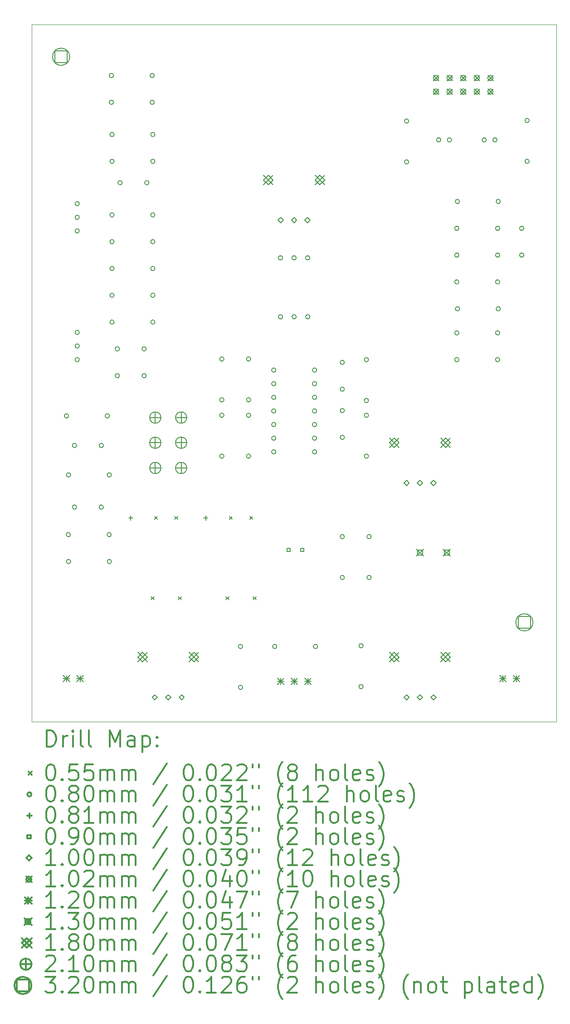
<source format=gbr>
%FSLAX45Y45*%
G04 Gerber Fmt 4.5, Leading zero omitted, Abs format (unit mm)*
G04 Created by KiCad (PCBNEW (5.1.8-0-10_14)) date 2021-09-13 18:22:47*
%MOMM*%
%LPD*%
G01*
G04 APERTURE LIST*
%TA.AperFunction,Profile*%
%ADD10C,0.050000*%
%TD*%
%ADD11C,0.200000*%
%ADD12C,0.300000*%
G04 APERTURE END LIST*
D10*
X-59900000Y-10000000D02*
X-50100000Y-10000000D01*
X-59900000Y3000000D02*
X-50100000Y3000000D01*
X-50100000Y-10000000D02*
X-50100000Y3000000D01*
X-59900000Y3000000D02*
X-59900000Y-10000000D01*
D11*
X-56271500Y-7672500D02*
X-56216500Y-7727500D01*
X-56216500Y-7672500D02*
X-56271500Y-7727500D01*
X-56207500Y-6172500D02*
X-56152500Y-6227500D01*
X-56152500Y-6172500D02*
X-56207500Y-6227500D01*
X-55827500Y-6172500D02*
X-55772500Y-6227500D01*
X-55772500Y-6172500D02*
X-55827500Y-6227500D01*
X-55763500Y-7672500D02*
X-55708500Y-7727500D01*
X-55708500Y-7672500D02*
X-55763500Y-7727500D01*
X-57671500Y-7672500D02*
X-57616500Y-7727500D01*
X-57616500Y-7672500D02*
X-57671500Y-7727500D01*
X-57607500Y-6172500D02*
X-57552500Y-6227500D01*
X-57552500Y-6172500D02*
X-57607500Y-6227500D01*
X-57227500Y-6172500D02*
X-57172500Y-6227500D01*
X-57172500Y-6172500D02*
X-57227500Y-6227500D01*
X-57163500Y-7672500D02*
X-57108500Y-7727500D01*
X-57108500Y-7672500D02*
X-57163500Y-7727500D01*
X-59010000Y-342000D02*
G75*
G03*
X-59010000Y-342000I-40000J0D01*
G01*
X-59010000Y-596000D02*
G75*
G03*
X-59010000Y-596000I-40000J0D01*
G01*
X-59010000Y-850000D02*
G75*
G03*
X-59010000Y-850000I-40000J0D01*
G01*
X-55214000Y-2450000D02*
G75*
G03*
X-55214000Y-2450000I-40000J0D01*
G01*
X-54960000Y-2450000D02*
G75*
G03*
X-54960000Y-2450000I-40000J0D01*
G01*
X-54706000Y-2450000D02*
G75*
G03*
X-54706000Y-2450000I-40000J0D01*
G01*
X-58360000Y-1050000D02*
G75*
G03*
X-58360000Y-1050000I-40000J0D01*
G01*
X-57598000Y-1050000D02*
G75*
G03*
X-57598000Y-1050000I-40000J0D01*
G01*
X-55810000Y-4288000D02*
G75*
G03*
X-55810000Y-4288000I-40000J0D01*
G01*
X-55810000Y-5050000D02*
G75*
G03*
X-55810000Y-5050000I-40000J0D01*
G01*
X-51922000Y-2750000D02*
G75*
G03*
X-51922000Y-2750000I-40000J0D01*
G01*
X-51160000Y-2750000D02*
G75*
G03*
X-51160000Y-2750000I-40000J0D01*
G01*
X-59172000Y-5400000D02*
G75*
G03*
X-59172000Y-5400000I-40000J0D01*
G01*
X-58410000Y-5400000D02*
G75*
G03*
X-58410000Y-5400000I-40000J0D01*
G01*
X-59175456Y-6514118D02*
G75*
G03*
X-59175456Y-6514118I-40000J0D01*
G01*
X-58413456Y-6514118D02*
G75*
G03*
X-58413456Y-6514118I-40000J0D01*
G01*
X-56310000Y-4288000D02*
G75*
G03*
X-56310000Y-4288000I-40000J0D01*
G01*
X-56310000Y-5050000D02*
G75*
G03*
X-56310000Y-5050000I-40000J0D01*
G01*
X-58210000Y50000D02*
G75*
G03*
X-58210000Y50000I-40000J0D01*
G01*
X-57710000Y50000D02*
G75*
G03*
X-57710000Y50000I-40000J0D01*
G01*
X-59010000Y-2742000D02*
G75*
G03*
X-59010000Y-2742000I-40000J0D01*
G01*
X-59010000Y-2996000D02*
G75*
G03*
X-59010000Y-2996000I-40000J0D01*
G01*
X-59010000Y-3250000D02*
G75*
G03*
X-59010000Y-3250000I-40000J0D01*
G01*
X-53710000Y-8588000D02*
G75*
G03*
X-53710000Y-8588000I-40000J0D01*
G01*
X-53710000Y-9350000D02*
G75*
G03*
X-53710000Y-9350000I-40000J0D01*
G01*
X-55214000Y-1350000D02*
G75*
G03*
X-55214000Y-1350000I-40000J0D01*
G01*
X-54960000Y-1350000D02*
G75*
G03*
X-54960000Y-1350000I-40000J0D01*
G01*
X-54706000Y-1350000D02*
G75*
G03*
X-54706000Y-1350000I-40000J0D01*
G01*
X-54060000Y-4200000D02*
G75*
G03*
X-54060000Y-4200000I-40000J0D01*
G01*
X-54060000Y-4700000D02*
G75*
G03*
X-54060000Y-4700000I-40000J0D01*
G01*
X-58360000Y-2050000D02*
G75*
G03*
X-58360000Y-2050000I-40000J0D01*
G01*
X-57598000Y-2050000D02*
G75*
G03*
X-57598000Y-2050000I-40000J0D01*
G01*
X-56310000Y-3238000D02*
G75*
G03*
X-56310000Y-3238000I-40000J0D01*
G01*
X-56310000Y-4000000D02*
G75*
G03*
X-56310000Y-4000000I-40000J0D01*
G01*
X-51410000Y850000D02*
G75*
G03*
X-51410000Y850000I-40000J0D01*
G01*
X-51210000Y850000D02*
G75*
G03*
X-51210000Y850000I-40000J0D01*
G01*
X-53610000Y-4288000D02*
G75*
G03*
X-53610000Y-4288000I-40000J0D01*
G01*
X-53610000Y-5050000D02*
G75*
G03*
X-53610000Y-5050000I-40000J0D01*
G01*
X-58372000Y1550000D02*
G75*
G03*
X-58372000Y1550000I-40000J0D01*
G01*
X-57610000Y1550000D02*
G75*
G03*
X-57610000Y1550000I-40000J0D01*
G01*
X-53610000Y-3250000D02*
G75*
G03*
X-53610000Y-3250000I-40000J0D01*
G01*
X-53610000Y-4012000D02*
G75*
G03*
X-53610000Y-4012000I-40000J0D01*
G01*
X-55322000Y-8600000D02*
G75*
G03*
X-55322000Y-8600000I-40000J0D01*
G01*
X-54560000Y-8600000D02*
G75*
G03*
X-54560000Y-8600000I-40000J0D01*
G01*
X-58360000Y950000D02*
G75*
G03*
X-58360000Y950000I-40000J0D01*
G01*
X-57598000Y950000D02*
G75*
G03*
X-57598000Y950000I-40000J0D01*
G01*
X-53560000Y-6550000D02*
G75*
G03*
X-53560000Y-6550000I-40000J0D01*
G01*
X-53560000Y-7312000D02*
G75*
G03*
X-53560000Y-7312000I-40000J0D01*
G01*
X-55960000Y-8600000D02*
G75*
G03*
X-55960000Y-8600000I-40000J0D01*
G01*
X-55960000Y-9362000D02*
G75*
G03*
X-55960000Y-9362000I-40000J0D01*
G01*
X-59172000Y-7015270D02*
G75*
G03*
X-59172000Y-7015270I-40000J0D01*
G01*
X-58410000Y-7015270D02*
G75*
G03*
X-58410000Y-7015270I-40000J0D01*
G01*
X-59060000Y-6000000D02*
G75*
G03*
X-59060000Y-6000000I-40000J0D01*
G01*
X-58560000Y-6000000D02*
G75*
G03*
X-58560000Y-6000000I-40000J0D01*
G01*
X-51922000Y-3250000D02*
G75*
G03*
X-51922000Y-3250000I-40000J0D01*
G01*
X-51160000Y-3250000D02*
G75*
G03*
X-51160000Y-3250000I-40000J0D01*
G01*
X-50710000Y-800000D02*
G75*
G03*
X-50710000Y-800000I-40000J0D01*
G01*
X-50710000Y-1300000D02*
G75*
G03*
X-50710000Y-1300000I-40000J0D01*
G01*
X-58360000Y-1550000D02*
G75*
G03*
X-58360000Y-1550000I-40000J0D01*
G01*
X-57598000Y-1550000D02*
G75*
G03*
X-57598000Y-1550000I-40000J0D01*
G01*
X-54060000Y-6550000D02*
G75*
G03*
X-54060000Y-6550000I-40000J0D01*
G01*
X-54060000Y-7312000D02*
G75*
G03*
X-54060000Y-7312000I-40000J0D01*
G01*
X-51922000Y-1800000D02*
G75*
G03*
X-51922000Y-1800000I-40000J0D01*
G01*
X-51160000Y-1800000D02*
G75*
G03*
X-51160000Y-1800000I-40000J0D01*
G01*
X-51922000Y-1300000D02*
G75*
G03*
X-51922000Y-1300000I-40000J0D01*
G01*
X-51160000Y-1300000D02*
G75*
G03*
X-51160000Y-1300000I-40000J0D01*
G01*
X-59210000Y-4300000D02*
G75*
G03*
X-59210000Y-4300000I-40000J0D01*
G01*
X-58448000Y-4300000D02*
G75*
G03*
X-58448000Y-4300000I-40000J0D01*
G01*
X-58360000Y-2550000D02*
G75*
G03*
X-58360000Y-2550000I-40000J0D01*
G01*
X-57598000Y-2550000D02*
G75*
G03*
X-57598000Y-2550000I-40000J0D01*
G01*
X-50610000Y1212000D02*
G75*
G03*
X-50610000Y1212000I-40000J0D01*
G01*
X-50610000Y450000D02*
G75*
G03*
X-50610000Y450000I-40000J0D01*
G01*
X-55810000Y-3238000D02*
G75*
G03*
X-55810000Y-3238000I-40000J0D01*
G01*
X-55810000Y-4000000D02*
G75*
G03*
X-55810000Y-4000000I-40000J0D01*
G01*
X-58360000Y450000D02*
G75*
G03*
X-58360000Y450000I-40000J0D01*
G01*
X-57598000Y450000D02*
G75*
G03*
X-57598000Y450000I-40000J0D01*
G01*
X-54060000Y-3300000D02*
G75*
G03*
X-54060000Y-3300000I-40000J0D01*
G01*
X-54060000Y-3800000D02*
G75*
G03*
X-54060000Y-3800000I-40000J0D01*
G01*
X-58372000Y2050000D02*
G75*
G03*
X-58372000Y2050000I-40000J0D01*
G01*
X-57610000Y2050000D02*
G75*
G03*
X-57610000Y2050000I-40000J0D01*
G01*
X-55340438Y-3445242D02*
G75*
G03*
X-55340438Y-3445242I-40000J0D01*
G01*
X-55340438Y-3699242D02*
G75*
G03*
X-55340438Y-3699242I-40000J0D01*
G01*
X-55340438Y-3953242D02*
G75*
G03*
X-55340438Y-3953242I-40000J0D01*
G01*
X-55340438Y-4207242D02*
G75*
G03*
X-55340438Y-4207242I-40000J0D01*
G01*
X-55340438Y-4461242D02*
G75*
G03*
X-55340438Y-4461242I-40000J0D01*
G01*
X-55340438Y-4715242D02*
G75*
G03*
X-55340438Y-4715242I-40000J0D01*
G01*
X-55340438Y-4969242D02*
G75*
G03*
X-55340438Y-4969242I-40000J0D01*
G01*
X-54578438Y-3445242D02*
G75*
G03*
X-54578438Y-3445242I-40000J0D01*
G01*
X-54578438Y-3699242D02*
G75*
G03*
X-54578438Y-3699242I-40000J0D01*
G01*
X-54578438Y-3953242D02*
G75*
G03*
X-54578438Y-3953242I-40000J0D01*
G01*
X-54578438Y-4207242D02*
G75*
G03*
X-54578438Y-4207242I-40000J0D01*
G01*
X-54578438Y-4461242D02*
G75*
G03*
X-54578438Y-4461242I-40000J0D01*
G01*
X-54578438Y-4715242D02*
G75*
G03*
X-54578438Y-4715242I-40000J0D01*
G01*
X-54578438Y-4969242D02*
G75*
G03*
X-54578438Y-4969242I-40000J0D01*
G01*
X-58360000Y-550000D02*
G75*
G03*
X-58360000Y-550000I-40000J0D01*
G01*
X-57598000Y-550000D02*
G75*
G03*
X-57598000Y-550000I-40000J0D01*
G01*
X-51910000Y-300000D02*
G75*
G03*
X-51910000Y-300000I-40000J0D01*
G01*
X-51148000Y-300000D02*
G75*
G03*
X-51148000Y-300000I-40000J0D01*
G01*
X-58260000Y-3550000D02*
G75*
G03*
X-58260000Y-3550000I-40000J0D01*
G01*
X-57760000Y-3550000D02*
G75*
G03*
X-57760000Y-3550000I-40000J0D01*
G01*
X-51910000Y-2300000D02*
G75*
G03*
X-51910000Y-2300000I-40000J0D01*
G01*
X-51148000Y-2300000D02*
G75*
G03*
X-51148000Y-2300000I-40000J0D01*
G01*
X-59060000Y-4850000D02*
G75*
G03*
X-59060000Y-4850000I-40000J0D01*
G01*
X-58560000Y-4850000D02*
G75*
G03*
X-58560000Y-4850000I-40000J0D01*
G01*
X-51922000Y-800000D02*
G75*
G03*
X-51922000Y-800000I-40000J0D01*
G01*
X-51160000Y-800000D02*
G75*
G03*
X-51160000Y-800000I-40000J0D01*
G01*
X-52860000Y1200000D02*
G75*
G03*
X-52860000Y1200000I-40000J0D01*
G01*
X-52860000Y438000D02*
G75*
G03*
X-52860000Y438000I-40000J0D01*
G01*
X-58260000Y-3050000D02*
G75*
G03*
X-58260000Y-3050000I-40000J0D01*
G01*
X-57760000Y-3050000D02*
G75*
G03*
X-57760000Y-3050000I-40000J0D01*
G01*
X-52260000Y850000D02*
G75*
G03*
X-52260000Y850000I-40000J0D01*
G01*
X-52060000Y850000D02*
G75*
G03*
X-52060000Y850000I-40000J0D01*
G01*
X-58050000Y-6159360D02*
X-58050000Y-6240640D01*
X-58090640Y-6200000D02*
X-58009360Y-6200000D01*
X-56650000Y-6159360D02*
X-56650000Y-6240640D01*
X-56690640Y-6200000D02*
X-56609360Y-6200000D01*
X-55072180Y-6831820D02*
X-55072180Y-6768180D01*
X-55135820Y-6768180D01*
X-55135820Y-6831820D01*
X-55072180Y-6831820D01*
X-54818180Y-6831820D02*
X-54818180Y-6768180D01*
X-54881820Y-6768180D01*
X-54881820Y-6831820D01*
X-54818180Y-6831820D01*
X-52900000Y-9600000D02*
X-52850000Y-9550000D01*
X-52900000Y-9500000D01*
X-52950000Y-9550000D01*
X-52900000Y-9600000D01*
X-52650000Y-9600000D02*
X-52600000Y-9550000D01*
X-52650000Y-9500000D01*
X-52700000Y-9550000D01*
X-52650000Y-9600000D01*
X-52400000Y-9600000D02*
X-52350000Y-9550000D01*
X-52400000Y-9500000D01*
X-52450000Y-9550000D01*
X-52400000Y-9600000D01*
X-57600000Y-9600000D02*
X-57550000Y-9550000D01*
X-57600000Y-9500000D01*
X-57650000Y-9550000D01*
X-57600000Y-9600000D01*
X-57350000Y-9600000D02*
X-57300000Y-9550000D01*
X-57350000Y-9500000D01*
X-57400000Y-9550000D01*
X-57350000Y-9600000D01*
X-57100000Y-9600000D02*
X-57050000Y-9550000D01*
X-57100000Y-9500000D01*
X-57150000Y-9550000D01*
X-57100000Y-9600000D01*
X-55250000Y-700000D02*
X-55200000Y-650000D01*
X-55250000Y-600000D01*
X-55300000Y-650000D01*
X-55250000Y-700000D01*
X-55000000Y-700000D02*
X-54950000Y-650000D01*
X-55000000Y-600000D01*
X-55050000Y-650000D01*
X-55000000Y-700000D01*
X-54750000Y-700000D02*
X-54700000Y-650000D01*
X-54750000Y-600000D01*
X-54800000Y-650000D01*
X-54750000Y-700000D01*
X-52900000Y-5600000D02*
X-52850000Y-5550000D01*
X-52900000Y-5500000D01*
X-52950000Y-5550000D01*
X-52900000Y-5600000D01*
X-52650000Y-5600000D02*
X-52600000Y-5550000D01*
X-52650000Y-5500000D01*
X-52700000Y-5550000D01*
X-52650000Y-5600000D01*
X-52400000Y-5600000D02*
X-52350000Y-5550000D01*
X-52400000Y-5500000D01*
X-52450000Y-5550000D01*
X-52400000Y-5600000D01*
X-52400800Y2054800D02*
X-52299200Y1953200D01*
X-52299200Y2054800D02*
X-52400800Y1953200D01*
X-52299200Y2004000D02*
G75*
G03*
X-52299200Y2004000I-50800J0D01*
G01*
X-52400800Y1800800D02*
X-52299200Y1699200D01*
X-52299200Y1800800D02*
X-52400800Y1699200D01*
X-52299200Y1750000D02*
G75*
G03*
X-52299200Y1750000I-50800J0D01*
G01*
X-52146800Y2054800D02*
X-52045200Y1953200D01*
X-52045200Y2054800D02*
X-52146800Y1953200D01*
X-52045200Y2004000D02*
G75*
G03*
X-52045200Y2004000I-50800J0D01*
G01*
X-52146800Y1800800D02*
X-52045200Y1699200D01*
X-52045200Y1800800D02*
X-52146800Y1699200D01*
X-52045200Y1750000D02*
G75*
G03*
X-52045200Y1750000I-50800J0D01*
G01*
X-51892800Y2054800D02*
X-51791200Y1953200D01*
X-51791200Y2054800D02*
X-51892800Y1953200D01*
X-51791200Y2004000D02*
G75*
G03*
X-51791200Y2004000I-50800J0D01*
G01*
X-51892800Y1800800D02*
X-51791200Y1699200D01*
X-51791200Y1800800D02*
X-51892800Y1699200D01*
X-51791200Y1750000D02*
G75*
G03*
X-51791200Y1750000I-50800J0D01*
G01*
X-51638800Y2054800D02*
X-51537200Y1953200D01*
X-51537200Y2054800D02*
X-51638800Y1953200D01*
X-51537200Y2004000D02*
G75*
G03*
X-51537200Y2004000I-50800J0D01*
G01*
X-51638800Y1800800D02*
X-51537200Y1699200D01*
X-51537200Y1800800D02*
X-51638800Y1699200D01*
X-51537200Y1750000D02*
G75*
G03*
X-51537200Y1750000I-50800J0D01*
G01*
X-51384800Y2054800D02*
X-51283200Y1953200D01*
X-51283200Y2054800D02*
X-51384800Y1953200D01*
X-51283200Y2004000D02*
G75*
G03*
X-51283200Y2004000I-50800J0D01*
G01*
X-51384800Y1800800D02*
X-51283200Y1699200D01*
X-51283200Y1800800D02*
X-51384800Y1699200D01*
X-51283200Y1750000D02*
G75*
G03*
X-51283200Y1750000I-50800J0D01*
G01*
X-59310000Y-9140000D02*
X-59190000Y-9260000D01*
X-59190000Y-9140000D02*
X-59310000Y-9260000D01*
X-59250000Y-9140000D02*
X-59250000Y-9260000D01*
X-59310000Y-9200000D02*
X-59190000Y-9200000D01*
X-59056000Y-9140000D02*
X-58936000Y-9260000D01*
X-58936000Y-9140000D02*
X-59056000Y-9260000D01*
X-58996000Y-9140000D02*
X-58996000Y-9260000D01*
X-59056000Y-9200000D02*
X-58936000Y-9200000D01*
X-51160000Y-9140000D02*
X-51040000Y-9260000D01*
X-51040000Y-9140000D02*
X-51160000Y-9260000D01*
X-51100000Y-9140000D02*
X-51100000Y-9260000D01*
X-51160000Y-9200000D02*
X-51040000Y-9200000D01*
X-50906000Y-9140000D02*
X-50786000Y-9260000D01*
X-50786000Y-9140000D02*
X-50906000Y-9260000D01*
X-50846000Y-9140000D02*
X-50846000Y-9260000D01*
X-50906000Y-9200000D02*
X-50786000Y-9200000D01*
X-55310000Y-9190000D02*
X-55190000Y-9310000D01*
X-55190000Y-9190000D02*
X-55310000Y-9310000D01*
X-55250000Y-9190000D02*
X-55250000Y-9310000D01*
X-55310000Y-9250000D02*
X-55190000Y-9250000D01*
X-55056000Y-9190000D02*
X-54936000Y-9310000D01*
X-54936000Y-9190000D02*
X-55056000Y-9310000D01*
X-54996000Y-9190000D02*
X-54996000Y-9310000D01*
X-55056000Y-9250000D02*
X-54936000Y-9250000D01*
X-54802000Y-9190000D02*
X-54682000Y-9310000D01*
X-54682000Y-9190000D02*
X-54802000Y-9310000D01*
X-54742000Y-9190000D02*
X-54742000Y-9310000D01*
X-54802000Y-9250000D02*
X-54682000Y-9250000D01*
X-52715000Y-6785000D02*
X-52585000Y-6915000D01*
X-52585000Y-6785000D02*
X-52715000Y-6915000D01*
X-52604038Y-6895962D02*
X-52604038Y-6804038D01*
X-52695962Y-6804038D01*
X-52695962Y-6895962D01*
X-52604038Y-6895962D01*
X-52215000Y-6785000D02*
X-52085000Y-6915000D01*
X-52085000Y-6785000D02*
X-52215000Y-6915000D01*
X-52104038Y-6895962D02*
X-52104038Y-6804038D01*
X-52195962Y-6804038D01*
X-52195962Y-6895962D01*
X-52104038Y-6895962D01*
X-57920000Y-8710000D02*
X-57740000Y-8890000D01*
X-57740000Y-8710000D02*
X-57920000Y-8890000D01*
X-57830000Y-8890000D02*
X-57740000Y-8800000D01*
X-57830000Y-8710000D01*
X-57920000Y-8800000D01*
X-57830000Y-8890000D01*
X-56960000Y-8710000D02*
X-56780000Y-8890000D01*
X-56780000Y-8710000D02*
X-56960000Y-8890000D01*
X-56870000Y-8890000D02*
X-56780000Y-8800000D01*
X-56870000Y-8710000D01*
X-56960000Y-8800000D01*
X-56870000Y-8890000D01*
X-55570000Y190000D02*
X-55390000Y10000D01*
X-55390000Y190000D02*
X-55570000Y10000D01*
X-55480000Y10000D02*
X-55390000Y100000D01*
X-55480000Y190000D01*
X-55570000Y100000D01*
X-55480000Y10000D01*
X-54610000Y190000D02*
X-54430000Y10000D01*
X-54430000Y190000D02*
X-54610000Y10000D01*
X-54520000Y10000D02*
X-54430000Y100000D01*
X-54520000Y190000D01*
X-54610000Y100000D01*
X-54520000Y10000D01*
X-53220000Y-4710000D02*
X-53040000Y-4890000D01*
X-53040000Y-4710000D02*
X-53220000Y-4890000D01*
X-53130000Y-4890000D02*
X-53040000Y-4800000D01*
X-53130000Y-4710000D01*
X-53220000Y-4800000D01*
X-53130000Y-4890000D01*
X-52260000Y-4710000D02*
X-52080000Y-4890000D01*
X-52080000Y-4710000D02*
X-52260000Y-4890000D01*
X-52170000Y-4890000D02*
X-52080000Y-4800000D01*
X-52170000Y-4710000D01*
X-52260000Y-4800000D01*
X-52170000Y-4890000D01*
X-53220000Y-8710000D02*
X-53040000Y-8890000D01*
X-53040000Y-8710000D02*
X-53220000Y-8890000D01*
X-53130000Y-8890000D02*
X-53040000Y-8800000D01*
X-53130000Y-8710000D01*
X-53220000Y-8800000D01*
X-53130000Y-8890000D01*
X-52260000Y-8710000D02*
X-52080000Y-8890000D01*
X-52080000Y-8710000D02*
X-52260000Y-8890000D01*
X-52170000Y-8890000D02*
X-52080000Y-8800000D01*
X-52170000Y-8710000D01*
X-52260000Y-8800000D01*
X-52170000Y-8890000D01*
X-57591500Y-4225000D02*
X-57591500Y-4435000D01*
X-57696500Y-4330000D02*
X-57486500Y-4330000D01*
X-57486500Y-4330000D02*
G75*
G03*
X-57486500Y-4330000I-105000J0D01*
G01*
X-57591500Y-4695000D02*
X-57591500Y-4905000D01*
X-57696500Y-4800000D02*
X-57486500Y-4800000D01*
X-57486500Y-4800000D02*
G75*
G03*
X-57486500Y-4800000I-105000J0D01*
G01*
X-57591500Y-5165000D02*
X-57591500Y-5375000D01*
X-57696500Y-5270000D02*
X-57486500Y-5270000D01*
X-57486500Y-5270000D02*
G75*
G03*
X-57486500Y-5270000I-105000J0D01*
G01*
X-57108500Y-4225000D02*
X-57108500Y-4435000D01*
X-57213500Y-4330000D02*
X-57003500Y-4330000D01*
X-57003500Y-4330000D02*
G75*
G03*
X-57003500Y-4330000I-105000J0D01*
G01*
X-57108500Y-4695000D02*
X-57108500Y-4905000D01*
X-57213500Y-4800000D02*
X-57003500Y-4800000D01*
X-57003500Y-4800000D02*
G75*
G03*
X-57003500Y-4800000I-105000J0D01*
G01*
X-57108500Y-5165000D02*
X-57108500Y-5375000D01*
X-57213500Y-5270000D02*
X-57003500Y-5270000D01*
X-57003500Y-5270000D02*
G75*
G03*
X-57003500Y-5270000I-105000J0D01*
G01*
X-50586862Y-8263138D02*
X-50586862Y-8036862D01*
X-50813138Y-8036862D01*
X-50813138Y-8263138D01*
X-50586862Y-8263138D01*
X-50540000Y-8150000D02*
G75*
G03*
X-50540000Y-8150000I-160000J0D01*
G01*
X-59236862Y2286862D02*
X-59236862Y2513138D01*
X-59463138Y2513138D01*
X-59463138Y2286862D01*
X-59236862Y2286862D01*
X-59190000Y2400000D02*
G75*
G03*
X-59190000Y2400000I-160000J0D01*
G01*
D12*
X-59616071Y-10468214D02*
X-59616071Y-10168214D01*
X-59544643Y-10168214D01*
X-59501786Y-10182500D01*
X-59473214Y-10211072D01*
X-59458929Y-10239643D01*
X-59444643Y-10296786D01*
X-59444643Y-10339643D01*
X-59458929Y-10396786D01*
X-59473214Y-10425357D01*
X-59501786Y-10453929D01*
X-59544643Y-10468214D01*
X-59616071Y-10468214D01*
X-59316071Y-10468214D02*
X-59316071Y-10268214D01*
X-59316071Y-10325357D02*
X-59301786Y-10296786D01*
X-59287500Y-10282500D01*
X-59258929Y-10268214D01*
X-59230357Y-10268214D01*
X-59130357Y-10468214D02*
X-59130357Y-10268214D01*
X-59130357Y-10168214D02*
X-59144643Y-10182500D01*
X-59130357Y-10196786D01*
X-59116071Y-10182500D01*
X-59130357Y-10168214D01*
X-59130357Y-10196786D01*
X-58944643Y-10468214D02*
X-58973214Y-10453929D01*
X-58987500Y-10425357D01*
X-58987500Y-10168214D01*
X-58787500Y-10468214D02*
X-58816071Y-10453929D01*
X-58830357Y-10425357D01*
X-58830357Y-10168214D01*
X-58444643Y-10468214D02*
X-58444643Y-10168214D01*
X-58344643Y-10382500D01*
X-58244643Y-10168214D01*
X-58244643Y-10468214D01*
X-57973214Y-10468214D02*
X-57973214Y-10311072D01*
X-57987500Y-10282500D01*
X-58016071Y-10268214D01*
X-58073214Y-10268214D01*
X-58101786Y-10282500D01*
X-57973214Y-10453929D02*
X-58001786Y-10468214D01*
X-58073214Y-10468214D01*
X-58101786Y-10453929D01*
X-58116071Y-10425357D01*
X-58116071Y-10396786D01*
X-58101786Y-10368214D01*
X-58073214Y-10353929D01*
X-58001786Y-10353929D01*
X-57973214Y-10339643D01*
X-57830357Y-10268214D02*
X-57830357Y-10568214D01*
X-57830357Y-10282500D02*
X-57801786Y-10268214D01*
X-57744643Y-10268214D01*
X-57716071Y-10282500D01*
X-57701786Y-10296786D01*
X-57687500Y-10325357D01*
X-57687500Y-10411072D01*
X-57701786Y-10439643D01*
X-57716071Y-10453929D01*
X-57744643Y-10468214D01*
X-57801786Y-10468214D01*
X-57830357Y-10453929D01*
X-57558929Y-10439643D02*
X-57544643Y-10453929D01*
X-57558929Y-10468214D01*
X-57573214Y-10453929D01*
X-57558929Y-10439643D01*
X-57558929Y-10468214D01*
X-57558929Y-10282500D02*
X-57544643Y-10296786D01*
X-57558929Y-10311072D01*
X-57573214Y-10296786D01*
X-57558929Y-10282500D01*
X-57558929Y-10311072D01*
X-59957500Y-10935000D02*
X-59902500Y-10990000D01*
X-59902500Y-10935000D02*
X-59957500Y-10990000D01*
X-59558929Y-10798214D02*
X-59530357Y-10798214D01*
X-59501786Y-10812500D01*
X-59487500Y-10826786D01*
X-59473214Y-10855357D01*
X-59458929Y-10912500D01*
X-59458929Y-10983929D01*
X-59473214Y-11041072D01*
X-59487500Y-11069643D01*
X-59501786Y-11083929D01*
X-59530357Y-11098214D01*
X-59558929Y-11098214D01*
X-59587500Y-11083929D01*
X-59601786Y-11069643D01*
X-59616071Y-11041072D01*
X-59630357Y-10983929D01*
X-59630357Y-10912500D01*
X-59616071Y-10855357D01*
X-59601786Y-10826786D01*
X-59587500Y-10812500D01*
X-59558929Y-10798214D01*
X-59330357Y-11069643D02*
X-59316071Y-11083929D01*
X-59330357Y-11098214D01*
X-59344643Y-11083929D01*
X-59330357Y-11069643D01*
X-59330357Y-11098214D01*
X-59044643Y-10798214D02*
X-59187500Y-10798214D01*
X-59201786Y-10941072D01*
X-59187500Y-10926786D01*
X-59158929Y-10912500D01*
X-59087500Y-10912500D01*
X-59058929Y-10926786D01*
X-59044643Y-10941072D01*
X-59030357Y-10969643D01*
X-59030357Y-11041072D01*
X-59044643Y-11069643D01*
X-59058929Y-11083929D01*
X-59087500Y-11098214D01*
X-59158929Y-11098214D01*
X-59187500Y-11083929D01*
X-59201786Y-11069643D01*
X-58758929Y-10798214D02*
X-58901786Y-10798214D01*
X-58916071Y-10941072D01*
X-58901786Y-10926786D01*
X-58873214Y-10912500D01*
X-58801786Y-10912500D01*
X-58773214Y-10926786D01*
X-58758929Y-10941072D01*
X-58744643Y-10969643D01*
X-58744643Y-11041072D01*
X-58758929Y-11069643D01*
X-58773214Y-11083929D01*
X-58801786Y-11098214D01*
X-58873214Y-11098214D01*
X-58901786Y-11083929D01*
X-58916071Y-11069643D01*
X-58616071Y-11098214D02*
X-58616071Y-10898214D01*
X-58616071Y-10926786D02*
X-58601786Y-10912500D01*
X-58573214Y-10898214D01*
X-58530357Y-10898214D01*
X-58501786Y-10912500D01*
X-58487500Y-10941072D01*
X-58487500Y-11098214D01*
X-58487500Y-10941072D02*
X-58473214Y-10912500D01*
X-58444643Y-10898214D01*
X-58401786Y-10898214D01*
X-58373214Y-10912500D01*
X-58358929Y-10941072D01*
X-58358929Y-11098214D01*
X-58216071Y-11098214D02*
X-58216071Y-10898214D01*
X-58216071Y-10926786D02*
X-58201786Y-10912500D01*
X-58173214Y-10898214D01*
X-58130357Y-10898214D01*
X-58101786Y-10912500D01*
X-58087500Y-10941072D01*
X-58087500Y-11098214D01*
X-58087500Y-10941072D02*
X-58073214Y-10912500D01*
X-58044643Y-10898214D01*
X-58001786Y-10898214D01*
X-57973214Y-10912500D01*
X-57958929Y-10941072D01*
X-57958929Y-11098214D01*
X-57373214Y-10783929D02*
X-57630357Y-11169643D01*
X-56987500Y-10798214D02*
X-56958929Y-10798214D01*
X-56930357Y-10812500D01*
X-56916071Y-10826786D01*
X-56901786Y-10855357D01*
X-56887500Y-10912500D01*
X-56887500Y-10983929D01*
X-56901786Y-11041072D01*
X-56916071Y-11069643D01*
X-56930357Y-11083929D01*
X-56958929Y-11098214D01*
X-56987500Y-11098214D01*
X-57016071Y-11083929D01*
X-57030357Y-11069643D01*
X-57044643Y-11041072D01*
X-57058929Y-10983929D01*
X-57058929Y-10912500D01*
X-57044643Y-10855357D01*
X-57030357Y-10826786D01*
X-57016071Y-10812500D01*
X-56987500Y-10798214D01*
X-56758929Y-11069643D02*
X-56744643Y-11083929D01*
X-56758929Y-11098214D01*
X-56773214Y-11083929D01*
X-56758929Y-11069643D01*
X-56758929Y-11098214D01*
X-56558929Y-10798214D02*
X-56530357Y-10798214D01*
X-56501786Y-10812500D01*
X-56487500Y-10826786D01*
X-56473214Y-10855357D01*
X-56458929Y-10912500D01*
X-56458929Y-10983929D01*
X-56473214Y-11041072D01*
X-56487500Y-11069643D01*
X-56501786Y-11083929D01*
X-56530357Y-11098214D01*
X-56558929Y-11098214D01*
X-56587500Y-11083929D01*
X-56601786Y-11069643D01*
X-56616071Y-11041072D01*
X-56630357Y-10983929D01*
X-56630357Y-10912500D01*
X-56616071Y-10855357D01*
X-56601786Y-10826786D01*
X-56587500Y-10812500D01*
X-56558929Y-10798214D01*
X-56344643Y-10826786D02*
X-56330357Y-10812500D01*
X-56301786Y-10798214D01*
X-56230357Y-10798214D01*
X-56201786Y-10812500D01*
X-56187500Y-10826786D01*
X-56173214Y-10855357D01*
X-56173214Y-10883929D01*
X-56187500Y-10926786D01*
X-56358929Y-11098214D01*
X-56173214Y-11098214D01*
X-56058929Y-10826786D02*
X-56044643Y-10812500D01*
X-56016071Y-10798214D01*
X-55944643Y-10798214D01*
X-55916071Y-10812500D01*
X-55901786Y-10826786D01*
X-55887500Y-10855357D01*
X-55887500Y-10883929D01*
X-55901786Y-10926786D01*
X-56073214Y-11098214D01*
X-55887500Y-11098214D01*
X-55773214Y-10798214D02*
X-55773214Y-10855357D01*
X-55658929Y-10798214D02*
X-55658929Y-10855357D01*
X-55216071Y-11212500D02*
X-55230357Y-11198214D01*
X-55258929Y-11155357D01*
X-55273214Y-11126786D01*
X-55287500Y-11083929D01*
X-55301786Y-11012500D01*
X-55301786Y-10955357D01*
X-55287500Y-10883929D01*
X-55273214Y-10841072D01*
X-55258929Y-10812500D01*
X-55230357Y-10769643D01*
X-55216071Y-10755357D01*
X-55058929Y-10926786D02*
X-55087500Y-10912500D01*
X-55101786Y-10898214D01*
X-55116071Y-10869643D01*
X-55116071Y-10855357D01*
X-55101786Y-10826786D01*
X-55087500Y-10812500D01*
X-55058929Y-10798214D01*
X-55001786Y-10798214D01*
X-54973214Y-10812500D01*
X-54958929Y-10826786D01*
X-54944643Y-10855357D01*
X-54944643Y-10869643D01*
X-54958929Y-10898214D01*
X-54973214Y-10912500D01*
X-55001786Y-10926786D01*
X-55058929Y-10926786D01*
X-55087500Y-10941072D01*
X-55101786Y-10955357D01*
X-55116071Y-10983929D01*
X-55116071Y-11041072D01*
X-55101786Y-11069643D01*
X-55087500Y-11083929D01*
X-55058929Y-11098214D01*
X-55001786Y-11098214D01*
X-54973214Y-11083929D01*
X-54958929Y-11069643D01*
X-54944643Y-11041072D01*
X-54944643Y-10983929D01*
X-54958929Y-10955357D01*
X-54973214Y-10941072D01*
X-55001786Y-10926786D01*
X-54587500Y-11098214D02*
X-54587500Y-10798214D01*
X-54458929Y-11098214D02*
X-54458929Y-10941072D01*
X-54473214Y-10912500D01*
X-54501786Y-10898214D01*
X-54544643Y-10898214D01*
X-54573214Y-10912500D01*
X-54587500Y-10926786D01*
X-54273214Y-11098214D02*
X-54301786Y-11083929D01*
X-54316071Y-11069643D01*
X-54330357Y-11041072D01*
X-54330357Y-10955357D01*
X-54316071Y-10926786D01*
X-54301786Y-10912500D01*
X-54273214Y-10898214D01*
X-54230357Y-10898214D01*
X-54201786Y-10912500D01*
X-54187500Y-10926786D01*
X-54173214Y-10955357D01*
X-54173214Y-11041072D01*
X-54187500Y-11069643D01*
X-54201786Y-11083929D01*
X-54230357Y-11098214D01*
X-54273214Y-11098214D01*
X-54001786Y-11098214D02*
X-54030357Y-11083929D01*
X-54044643Y-11055357D01*
X-54044643Y-10798214D01*
X-53773214Y-11083929D02*
X-53801786Y-11098214D01*
X-53858929Y-11098214D01*
X-53887500Y-11083929D01*
X-53901786Y-11055357D01*
X-53901786Y-10941072D01*
X-53887500Y-10912500D01*
X-53858929Y-10898214D01*
X-53801786Y-10898214D01*
X-53773214Y-10912500D01*
X-53758929Y-10941072D01*
X-53758929Y-10969643D01*
X-53901786Y-10998214D01*
X-53644643Y-11083929D02*
X-53616071Y-11098214D01*
X-53558929Y-11098214D01*
X-53530357Y-11083929D01*
X-53516071Y-11055357D01*
X-53516071Y-11041072D01*
X-53530357Y-11012500D01*
X-53558929Y-10998214D01*
X-53601786Y-10998214D01*
X-53630357Y-10983929D01*
X-53644643Y-10955357D01*
X-53644643Y-10941072D01*
X-53630357Y-10912500D01*
X-53601786Y-10898214D01*
X-53558929Y-10898214D01*
X-53530357Y-10912500D01*
X-53416071Y-11212500D02*
X-53401786Y-11198214D01*
X-53373214Y-11155357D01*
X-53358929Y-11126786D01*
X-53344643Y-11083929D01*
X-53330357Y-11012500D01*
X-53330357Y-10955357D01*
X-53344643Y-10883929D01*
X-53358929Y-10841072D01*
X-53373214Y-10812500D01*
X-53401786Y-10769643D01*
X-53416071Y-10755357D01*
X-59902500Y-11358500D02*
G75*
G03*
X-59902500Y-11358500I-40000J0D01*
G01*
X-59558929Y-11194214D02*
X-59530357Y-11194214D01*
X-59501786Y-11208500D01*
X-59487500Y-11222786D01*
X-59473214Y-11251357D01*
X-59458929Y-11308500D01*
X-59458929Y-11379929D01*
X-59473214Y-11437071D01*
X-59487500Y-11465643D01*
X-59501786Y-11479929D01*
X-59530357Y-11494214D01*
X-59558929Y-11494214D01*
X-59587500Y-11479929D01*
X-59601786Y-11465643D01*
X-59616071Y-11437071D01*
X-59630357Y-11379929D01*
X-59630357Y-11308500D01*
X-59616071Y-11251357D01*
X-59601786Y-11222786D01*
X-59587500Y-11208500D01*
X-59558929Y-11194214D01*
X-59330357Y-11465643D02*
X-59316071Y-11479929D01*
X-59330357Y-11494214D01*
X-59344643Y-11479929D01*
X-59330357Y-11465643D01*
X-59330357Y-11494214D01*
X-59144643Y-11322786D02*
X-59173214Y-11308500D01*
X-59187500Y-11294214D01*
X-59201786Y-11265643D01*
X-59201786Y-11251357D01*
X-59187500Y-11222786D01*
X-59173214Y-11208500D01*
X-59144643Y-11194214D01*
X-59087500Y-11194214D01*
X-59058929Y-11208500D01*
X-59044643Y-11222786D01*
X-59030357Y-11251357D01*
X-59030357Y-11265643D01*
X-59044643Y-11294214D01*
X-59058929Y-11308500D01*
X-59087500Y-11322786D01*
X-59144643Y-11322786D01*
X-59173214Y-11337071D01*
X-59187500Y-11351357D01*
X-59201786Y-11379929D01*
X-59201786Y-11437071D01*
X-59187500Y-11465643D01*
X-59173214Y-11479929D01*
X-59144643Y-11494214D01*
X-59087500Y-11494214D01*
X-59058929Y-11479929D01*
X-59044643Y-11465643D01*
X-59030357Y-11437071D01*
X-59030357Y-11379929D01*
X-59044643Y-11351357D01*
X-59058929Y-11337071D01*
X-59087500Y-11322786D01*
X-58844643Y-11194214D02*
X-58816071Y-11194214D01*
X-58787500Y-11208500D01*
X-58773214Y-11222786D01*
X-58758929Y-11251357D01*
X-58744643Y-11308500D01*
X-58744643Y-11379929D01*
X-58758929Y-11437071D01*
X-58773214Y-11465643D01*
X-58787500Y-11479929D01*
X-58816071Y-11494214D01*
X-58844643Y-11494214D01*
X-58873214Y-11479929D01*
X-58887500Y-11465643D01*
X-58901786Y-11437071D01*
X-58916071Y-11379929D01*
X-58916071Y-11308500D01*
X-58901786Y-11251357D01*
X-58887500Y-11222786D01*
X-58873214Y-11208500D01*
X-58844643Y-11194214D01*
X-58616071Y-11494214D02*
X-58616071Y-11294214D01*
X-58616071Y-11322786D02*
X-58601786Y-11308500D01*
X-58573214Y-11294214D01*
X-58530357Y-11294214D01*
X-58501786Y-11308500D01*
X-58487500Y-11337071D01*
X-58487500Y-11494214D01*
X-58487500Y-11337071D02*
X-58473214Y-11308500D01*
X-58444643Y-11294214D01*
X-58401786Y-11294214D01*
X-58373214Y-11308500D01*
X-58358929Y-11337071D01*
X-58358929Y-11494214D01*
X-58216071Y-11494214D02*
X-58216071Y-11294214D01*
X-58216071Y-11322786D02*
X-58201786Y-11308500D01*
X-58173214Y-11294214D01*
X-58130357Y-11294214D01*
X-58101786Y-11308500D01*
X-58087500Y-11337071D01*
X-58087500Y-11494214D01*
X-58087500Y-11337071D02*
X-58073214Y-11308500D01*
X-58044643Y-11294214D01*
X-58001786Y-11294214D01*
X-57973214Y-11308500D01*
X-57958929Y-11337071D01*
X-57958929Y-11494214D01*
X-57373214Y-11179929D02*
X-57630357Y-11565643D01*
X-56987500Y-11194214D02*
X-56958929Y-11194214D01*
X-56930357Y-11208500D01*
X-56916071Y-11222786D01*
X-56901786Y-11251357D01*
X-56887500Y-11308500D01*
X-56887500Y-11379929D01*
X-56901786Y-11437071D01*
X-56916071Y-11465643D01*
X-56930357Y-11479929D01*
X-56958929Y-11494214D01*
X-56987500Y-11494214D01*
X-57016071Y-11479929D01*
X-57030357Y-11465643D01*
X-57044643Y-11437071D01*
X-57058929Y-11379929D01*
X-57058929Y-11308500D01*
X-57044643Y-11251357D01*
X-57030357Y-11222786D01*
X-57016071Y-11208500D01*
X-56987500Y-11194214D01*
X-56758929Y-11465643D02*
X-56744643Y-11479929D01*
X-56758929Y-11494214D01*
X-56773214Y-11479929D01*
X-56758929Y-11465643D01*
X-56758929Y-11494214D01*
X-56558929Y-11194214D02*
X-56530357Y-11194214D01*
X-56501786Y-11208500D01*
X-56487500Y-11222786D01*
X-56473214Y-11251357D01*
X-56458929Y-11308500D01*
X-56458929Y-11379929D01*
X-56473214Y-11437071D01*
X-56487500Y-11465643D01*
X-56501786Y-11479929D01*
X-56530357Y-11494214D01*
X-56558929Y-11494214D01*
X-56587500Y-11479929D01*
X-56601786Y-11465643D01*
X-56616071Y-11437071D01*
X-56630357Y-11379929D01*
X-56630357Y-11308500D01*
X-56616071Y-11251357D01*
X-56601786Y-11222786D01*
X-56587500Y-11208500D01*
X-56558929Y-11194214D01*
X-56358929Y-11194214D02*
X-56173214Y-11194214D01*
X-56273214Y-11308500D01*
X-56230357Y-11308500D01*
X-56201786Y-11322786D01*
X-56187500Y-11337071D01*
X-56173214Y-11365643D01*
X-56173214Y-11437071D01*
X-56187500Y-11465643D01*
X-56201786Y-11479929D01*
X-56230357Y-11494214D01*
X-56316071Y-11494214D01*
X-56344643Y-11479929D01*
X-56358929Y-11465643D01*
X-55887500Y-11494214D02*
X-56058929Y-11494214D01*
X-55973214Y-11494214D02*
X-55973214Y-11194214D01*
X-56001786Y-11237071D01*
X-56030357Y-11265643D01*
X-56058929Y-11279929D01*
X-55773214Y-11194214D02*
X-55773214Y-11251357D01*
X-55658929Y-11194214D02*
X-55658929Y-11251357D01*
X-55216071Y-11608500D02*
X-55230357Y-11594214D01*
X-55258929Y-11551357D01*
X-55273214Y-11522786D01*
X-55287500Y-11479929D01*
X-55301786Y-11408500D01*
X-55301786Y-11351357D01*
X-55287500Y-11279929D01*
X-55273214Y-11237071D01*
X-55258929Y-11208500D01*
X-55230357Y-11165643D01*
X-55216071Y-11151357D01*
X-54944643Y-11494214D02*
X-55116071Y-11494214D01*
X-55030357Y-11494214D02*
X-55030357Y-11194214D01*
X-55058929Y-11237071D01*
X-55087500Y-11265643D01*
X-55116071Y-11279929D01*
X-54658929Y-11494214D02*
X-54830357Y-11494214D01*
X-54744643Y-11494214D02*
X-54744643Y-11194214D01*
X-54773214Y-11237071D01*
X-54801786Y-11265643D01*
X-54830357Y-11279929D01*
X-54544643Y-11222786D02*
X-54530357Y-11208500D01*
X-54501786Y-11194214D01*
X-54430357Y-11194214D01*
X-54401786Y-11208500D01*
X-54387500Y-11222786D01*
X-54373214Y-11251357D01*
X-54373214Y-11279929D01*
X-54387500Y-11322786D01*
X-54558929Y-11494214D01*
X-54373214Y-11494214D01*
X-54016071Y-11494214D02*
X-54016071Y-11194214D01*
X-53887500Y-11494214D02*
X-53887500Y-11337071D01*
X-53901786Y-11308500D01*
X-53930357Y-11294214D01*
X-53973214Y-11294214D01*
X-54001786Y-11308500D01*
X-54016071Y-11322786D01*
X-53701786Y-11494214D02*
X-53730357Y-11479929D01*
X-53744643Y-11465643D01*
X-53758929Y-11437071D01*
X-53758929Y-11351357D01*
X-53744643Y-11322786D01*
X-53730357Y-11308500D01*
X-53701786Y-11294214D01*
X-53658929Y-11294214D01*
X-53630357Y-11308500D01*
X-53616071Y-11322786D01*
X-53601786Y-11351357D01*
X-53601786Y-11437071D01*
X-53616071Y-11465643D01*
X-53630357Y-11479929D01*
X-53658929Y-11494214D01*
X-53701786Y-11494214D01*
X-53430357Y-11494214D02*
X-53458929Y-11479929D01*
X-53473214Y-11451357D01*
X-53473214Y-11194214D01*
X-53201786Y-11479929D02*
X-53230357Y-11494214D01*
X-53287500Y-11494214D01*
X-53316071Y-11479929D01*
X-53330357Y-11451357D01*
X-53330357Y-11337071D01*
X-53316071Y-11308500D01*
X-53287500Y-11294214D01*
X-53230357Y-11294214D01*
X-53201786Y-11308500D01*
X-53187500Y-11337071D01*
X-53187500Y-11365643D01*
X-53330357Y-11394214D01*
X-53073214Y-11479929D02*
X-53044643Y-11494214D01*
X-52987500Y-11494214D01*
X-52958929Y-11479929D01*
X-52944643Y-11451357D01*
X-52944643Y-11437071D01*
X-52958929Y-11408500D01*
X-52987500Y-11394214D01*
X-53030357Y-11394214D01*
X-53058929Y-11379929D01*
X-53073214Y-11351357D01*
X-53073214Y-11337071D01*
X-53058929Y-11308500D01*
X-53030357Y-11294214D01*
X-52987500Y-11294214D01*
X-52958929Y-11308500D01*
X-52844643Y-11608500D02*
X-52830357Y-11594214D01*
X-52801786Y-11551357D01*
X-52787500Y-11522786D01*
X-52773214Y-11479929D01*
X-52758929Y-11408500D01*
X-52758929Y-11351357D01*
X-52773214Y-11279929D01*
X-52787500Y-11237071D01*
X-52801786Y-11208500D01*
X-52830357Y-11165643D01*
X-52844643Y-11151357D01*
X-59943140Y-11713860D02*
X-59943140Y-11795140D01*
X-59983780Y-11754500D02*
X-59902500Y-11754500D01*
X-59558929Y-11590214D02*
X-59530357Y-11590214D01*
X-59501786Y-11604500D01*
X-59487500Y-11618786D01*
X-59473214Y-11647357D01*
X-59458929Y-11704500D01*
X-59458929Y-11775929D01*
X-59473214Y-11833071D01*
X-59487500Y-11861643D01*
X-59501786Y-11875929D01*
X-59530357Y-11890214D01*
X-59558929Y-11890214D01*
X-59587500Y-11875929D01*
X-59601786Y-11861643D01*
X-59616071Y-11833071D01*
X-59630357Y-11775929D01*
X-59630357Y-11704500D01*
X-59616071Y-11647357D01*
X-59601786Y-11618786D01*
X-59587500Y-11604500D01*
X-59558929Y-11590214D01*
X-59330357Y-11861643D02*
X-59316071Y-11875929D01*
X-59330357Y-11890214D01*
X-59344643Y-11875929D01*
X-59330357Y-11861643D01*
X-59330357Y-11890214D01*
X-59144643Y-11718786D02*
X-59173214Y-11704500D01*
X-59187500Y-11690214D01*
X-59201786Y-11661643D01*
X-59201786Y-11647357D01*
X-59187500Y-11618786D01*
X-59173214Y-11604500D01*
X-59144643Y-11590214D01*
X-59087500Y-11590214D01*
X-59058929Y-11604500D01*
X-59044643Y-11618786D01*
X-59030357Y-11647357D01*
X-59030357Y-11661643D01*
X-59044643Y-11690214D01*
X-59058929Y-11704500D01*
X-59087500Y-11718786D01*
X-59144643Y-11718786D01*
X-59173214Y-11733071D01*
X-59187500Y-11747357D01*
X-59201786Y-11775929D01*
X-59201786Y-11833071D01*
X-59187500Y-11861643D01*
X-59173214Y-11875929D01*
X-59144643Y-11890214D01*
X-59087500Y-11890214D01*
X-59058929Y-11875929D01*
X-59044643Y-11861643D01*
X-59030357Y-11833071D01*
X-59030357Y-11775929D01*
X-59044643Y-11747357D01*
X-59058929Y-11733071D01*
X-59087500Y-11718786D01*
X-58744643Y-11890214D02*
X-58916071Y-11890214D01*
X-58830357Y-11890214D02*
X-58830357Y-11590214D01*
X-58858929Y-11633071D01*
X-58887500Y-11661643D01*
X-58916071Y-11675929D01*
X-58616071Y-11890214D02*
X-58616071Y-11690214D01*
X-58616071Y-11718786D02*
X-58601786Y-11704500D01*
X-58573214Y-11690214D01*
X-58530357Y-11690214D01*
X-58501786Y-11704500D01*
X-58487500Y-11733071D01*
X-58487500Y-11890214D01*
X-58487500Y-11733071D02*
X-58473214Y-11704500D01*
X-58444643Y-11690214D01*
X-58401786Y-11690214D01*
X-58373214Y-11704500D01*
X-58358929Y-11733071D01*
X-58358929Y-11890214D01*
X-58216071Y-11890214D02*
X-58216071Y-11690214D01*
X-58216071Y-11718786D02*
X-58201786Y-11704500D01*
X-58173214Y-11690214D01*
X-58130357Y-11690214D01*
X-58101786Y-11704500D01*
X-58087500Y-11733071D01*
X-58087500Y-11890214D01*
X-58087500Y-11733071D02*
X-58073214Y-11704500D01*
X-58044643Y-11690214D01*
X-58001786Y-11690214D01*
X-57973214Y-11704500D01*
X-57958929Y-11733071D01*
X-57958929Y-11890214D01*
X-57373214Y-11575929D02*
X-57630357Y-11961643D01*
X-56987500Y-11590214D02*
X-56958929Y-11590214D01*
X-56930357Y-11604500D01*
X-56916071Y-11618786D01*
X-56901786Y-11647357D01*
X-56887500Y-11704500D01*
X-56887500Y-11775929D01*
X-56901786Y-11833071D01*
X-56916071Y-11861643D01*
X-56930357Y-11875929D01*
X-56958929Y-11890214D01*
X-56987500Y-11890214D01*
X-57016071Y-11875929D01*
X-57030357Y-11861643D01*
X-57044643Y-11833071D01*
X-57058929Y-11775929D01*
X-57058929Y-11704500D01*
X-57044643Y-11647357D01*
X-57030357Y-11618786D01*
X-57016071Y-11604500D01*
X-56987500Y-11590214D01*
X-56758929Y-11861643D02*
X-56744643Y-11875929D01*
X-56758929Y-11890214D01*
X-56773214Y-11875929D01*
X-56758929Y-11861643D01*
X-56758929Y-11890214D01*
X-56558929Y-11590214D02*
X-56530357Y-11590214D01*
X-56501786Y-11604500D01*
X-56487500Y-11618786D01*
X-56473214Y-11647357D01*
X-56458929Y-11704500D01*
X-56458929Y-11775929D01*
X-56473214Y-11833071D01*
X-56487500Y-11861643D01*
X-56501786Y-11875929D01*
X-56530357Y-11890214D01*
X-56558929Y-11890214D01*
X-56587500Y-11875929D01*
X-56601786Y-11861643D01*
X-56616071Y-11833071D01*
X-56630357Y-11775929D01*
X-56630357Y-11704500D01*
X-56616071Y-11647357D01*
X-56601786Y-11618786D01*
X-56587500Y-11604500D01*
X-56558929Y-11590214D01*
X-56358929Y-11590214D02*
X-56173214Y-11590214D01*
X-56273214Y-11704500D01*
X-56230357Y-11704500D01*
X-56201786Y-11718786D01*
X-56187500Y-11733071D01*
X-56173214Y-11761643D01*
X-56173214Y-11833071D01*
X-56187500Y-11861643D01*
X-56201786Y-11875929D01*
X-56230357Y-11890214D01*
X-56316071Y-11890214D01*
X-56344643Y-11875929D01*
X-56358929Y-11861643D01*
X-56058929Y-11618786D02*
X-56044643Y-11604500D01*
X-56016071Y-11590214D01*
X-55944643Y-11590214D01*
X-55916071Y-11604500D01*
X-55901786Y-11618786D01*
X-55887500Y-11647357D01*
X-55887500Y-11675929D01*
X-55901786Y-11718786D01*
X-56073214Y-11890214D01*
X-55887500Y-11890214D01*
X-55773214Y-11590214D02*
X-55773214Y-11647357D01*
X-55658929Y-11590214D02*
X-55658929Y-11647357D01*
X-55216071Y-12004500D02*
X-55230357Y-11990214D01*
X-55258929Y-11947357D01*
X-55273214Y-11918786D01*
X-55287500Y-11875929D01*
X-55301786Y-11804500D01*
X-55301786Y-11747357D01*
X-55287500Y-11675929D01*
X-55273214Y-11633071D01*
X-55258929Y-11604500D01*
X-55230357Y-11561643D01*
X-55216071Y-11547357D01*
X-55116071Y-11618786D02*
X-55101786Y-11604500D01*
X-55073214Y-11590214D01*
X-55001786Y-11590214D01*
X-54973214Y-11604500D01*
X-54958929Y-11618786D01*
X-54944643Y-11647357D01*
X-54944643Y-11675929D01*
X-54958929Y-11718786D01*
X-55130357Y-11890214D01*
X-54944643Y-11890214D01*
X-54587500Y-11890214D02*
X-54587500Y-11590214D01*
X-54458929Y-11890214D02*
X-54458929Y-11733071D01*
X-54473214Y-11704500D01*
X-54501786Y-11690214D01*
X-54544643Y-11690214D01*
X-54573214Y-11704500D01*
X-54587500Y-11718786D01*
X-54273214Y-11890214D02*
X-54301786Y-11875929D01*
X-54316071Y-11861643D01*
X-54330357Y-11833071D01*
X-54330357Y-11747357D01*
X-54316071Y-11718786D01*
X-54301786Y-11704500D01*
X-54273214Y-11690214D01*
X-54230357Y-11690214D01*
X-54201786Y-11704500D01*
X-54187500Y-11718786D01*
X-54173214Y-11747357D01*
X-54173214Y-11833071D01*
X-54187500Y-11861643D01*
X-54201786Y-11875929D01*
X-54230357Y-11890214D01*
X-54273214Y-11890214D01*
X-54001786Y-11890214D02*
X-54030357Y-11875929D01*
X-54044643Y-11847357D01*
X-54044643Y-11590214D01*
X-53773214Y-11875929D02*
X-53801786Y-11890214D01*
X-53858929Y-11890214D01*
X-53887500Y-11875929D01*
X-53901786Y-11847357D01*
X-53901786Y-11733071D01*
X-53887500Y-11704500D01*
X-53858929Y-11690214D01*
X-53801786Y-11690214D01*
X-53773214Y-11704500D01*
X-53758929Y-11733071D01*
X-53758929Y-11761643D01*
X-53901786Y-11790214D01*
X-53644643Y-11875929D02*
X-53616071Y-11890214D01*
X-53558929Y-11890214D01*
X-53530357Y-11875929D01*
X-53516071Y-11847357D01*
X-53516071Y-11833071D01*
X-53530357Y-11804500D01*
X-53558929Y-11790214D01*
X-53601786Y-11790214D01*
X-53630357Y-11775929D01*
X-53644643Y-11747357D01*
X-53644643Y-11733071D01*
X-53630357Y-11704500D01*
X-53601786Y-11690214D01*
X-53558929Y-11690214D01*
X-53530357Y-11704500D01*
X-53416071Y-12004500D02*
X-53401786Y-11990214D01*
X-53373214Y-11947357D01*
X-53358929Y-11918786D01*
X-53344643Y-11875929D01*
X-53330357Y-11804500D01*
X-53330357Y-11747357D01*
X-53344643Y-11675929D01*
X-53358929Y-11633071D01*
X-53373214Y-11604500D01*
X-53401786Y-11561643D01*
X-53416071Y-11547357D01*
X-59915680Y-12182320D02*
X-59915680Y-12118680D01*
X-59979320Y-12118680D01*
X-59979320Y-12182320D01*
X-59915680Y-12182320D01*
X-59558929Y-11986214D02*
X-59530357Y-11986214D01*
X-59501786Y-12000500D01*
X-59487500Y-12014786D01*
X-59473214Y-12043357D01*
X-59458929Y-12100500D01*
X-59458929Y-12171929D01*
X-59473214Y-12229071D01*
X-59487500Y-12257643D01*
X-59501786Y-12271929D01*
X-59530357Y-12286214D01*
X-59558929Y-12286214D01*
X-59587500Y-12271929D01*
X-59601786Y-12257643D01*
X-59616071Y-12229071D01*
X-59630357Y-12171929D01*
X-59630357Y-12100500D01*
X-59616071Y-12043357D01*
X-59601786Y-12014786D01*
X-59587500Y-12000500D01*
X-59558929Y-11986214D01*
X-59330357Y-12257643D02*
X-59316071Y-12271929D01*
X-59330357Y-12286214D01*
X-59344643Y-12271929D01*
X-59330357Y-12257643D01*
X-59330357Y-12286214D01*
X-59173214Y-12286214D02*
X-59116071Y-12286214D01*
X-59087500Y-12271929D01*
X-59073214Y-12257643D01*
X-59044643Y-12214786D01*
X-59030357Y-12157643D01*
X-59030357Y-12043357D01*
X-59044643Y-12014786D01*
X-59058929Y-12000500D01*
X-59087500Y-11986214D01*
X-59144643Y-11986214D01*
X-59173214Y-12000500D01*
X-59187500Y-12014786D01*
X-59201786Y-12043357D01*
X-59201786Y-12114786D01*
X-59187500Y-12143357D01*
X-59173214Y-12157643D01*
X-59144643Y-12171929D01*
X-59087500Y-12171929D01*
X-59058929Y-12157643D01*
X-59044643Y-12143357D01*
X-59030357Y-12114786D01*
X-58844643Y-11986214D02*
X-58816071Y-11986214D01*
X-58787500Y-12000500D01*
X-58773214Y-12014786D01*
X-58758929Y-12043357D01*
X-58744643Y-12100500D01*
X-58744643Y-12171929D01*
X-58758929Y-12229071D01*
X-58773214Y-12257643D01*
X-58787500Y-12271929D01*
X-58816071Y-12286214D01*
X-58844643Y-12286214D01*
X-58873214Y-12271929D01*
X-58887500Y-12257643D01*
X-58901786Y-12229071D01*
X-58916071Y-12171929D01*
X-58916071Y-12100500D01*
X-58901786Y-12043357D01*
X-58887500Y-12014786D01*
X-58873214Y-12000500D01*
X-58844643Y-11986214D01*
X-58616071Y-12286214D02*
X-58616071Y-12086214D01*
X-58616071Y-12114786D02*
X-58601786Y-12100500D01*
X-58573214Y-12086214D01*
X-58530357Y-12086214D01*
X-58501786Y-12100500D01*
X-58487500Y-12129071D01*
X-58487500Y-12286214D01*
X-58487500Y-12129071D02*
X-58473214Y-12100500D01*
X-58444643Y-12086214D01*
X-58401786Y-12086214D01*
X-58373214Y-12100500D01*
X-58358929Y-12129071D01*
X-58358929Y-12286214D01*
X-58216071Y-12286214D02*
X-58216071Y-12086214D01*
X-58216071Y-12114786D02*
X-58201786Y-12100500D01*
X-58173214Y-12086214D01*
X-58130357Y-12086214D01*
X-58101786Y-12100500D01*
X-58087500Y-12129071D01*
X-58087500Y-12286214D01*
X-58087500Y-12129071D02*
X-58073214Y-12100500D01*
X-58044643Y-12086214D01*
X-58001786Y-12086214D01*
X-57973214Y-12100500D01*
X-57958929Y-12129071D01*
X-57958929Y-12286214D01*
X-57373214Y-11971929D02*
X-57630357Y-12357643D01*
X-56987500Y-11986214D02*
X-56958929Y-11986214D01*
X-56930357Y-12000500D01*
X-56916071Y-12014786D01*
X-56901786Y-12043357D01*
X-56887500Y-12100500D01*
X-56887500Y-12171929D01*
X-56901786Y-12229071D01*
X-56916071Y-12257643D01*
X-56930357Y-12271929D01*
X-56958929Y-12286214D01*
X-56987500Y-12286214D01*
X-57016071Y-12271929D01*
X-57030357Y-12257643D01*
X-57044643Y-12229071D01*
X-57058929Y-12171929D01*
X-57058929Y-12100500D01*
X-57044643Y-12043357D01*
X-57030357Y-12014786D01*
X-57016071Y-12000500D01*
X-56987500Y-11986214D01*
X-56758929Y-12257643D02*
X-56744643Y-12271929D01*
X-56758929Y-12286214D01*
X-56773214Y-12271929D01*
X-56758929Y-12257643D01*
X-56758929Y-12286214D01*
X-56558929Y-11986214D02*
X-56530357Y-11986214D01*
X-56501786Y-12000500D01*
X-56487500Y-12014786D01*
X-56473214Y-12043357D01*
X-56458929Y-12100500D01*
X-56458929Y-12171929D01*
X-56473214Y-12229071D01*
X-56487500Y-12257643D01*
X-56501786Y-12271929D01*
X-56530357Y-12286214D01*
X-56558929Y-12286214D01*
X-56587500Y-12271929D01*
X-56601786Y-12257643D01*
X-56616071Y-12229071D01*
X-56630357Y-12171929D01*
X-56630357Y-12100500D01*
X-56616071Y-12043357D01*
X-56601786Y-12014786D01*
X-56587500Y-12000500D01*
X-56558929Y-11986214D01*
X-56358929Y-11986214D02*
X-56173214Y-11986214D01*
X-56273214Y-12100500D01*
X-56230357Y-12100500D01*
X-56201786Y-12114786D01*
X-56187500Y-12129071D01*
X-56173214Y-12157643D01*
X-56173214Y-12229071D01*
X-56187500Y-12257643D01*
X-56201786Y-12271929D01*
X-56230357Y-12286214D01*
X-56316071Y-12286214D01*
X-56344643Y-12271929D01*
X-56358929Y-12257643D01*
X-55901786Y-11986214D02*
X-56044643Y-11986214D01*
X-56058929Y-12129071D01*
X-56044643Y-12114786D01*
X-56016071Y-12100500D01*
X-55944643Y-12100500D01*
X-55916071Y-12114786D01*
X-55901786Y-12129071D01*
X-55887500Y-12157643D01*
X-55887500Y-12229071D01*
X-55901786Y-12257643D01*
X-55916071Y-12271929D01*
X-55944643Y-12286214D01*
X-56016071Y-12286214D01*
X-56044643Y-12271929D01*
X-56058929Y-12257643D01*
X-55773214Y-11986214D02*
X-55773214Y-12043357D01*
X-55658929Y-11986214D02*
X-55658929Y-12043357D01*
X-55216071Y-12400500D02*
X-55230357Y-12386214D01*
X-55258929Y-12343357D01*
X-55273214Y-12314786D01*
X-55287500Y-12271929D01*
X-55301786Y-12200500D01*
X-55301786Y-12143357D01*
X-55287500Y-12071929D01*
X-55273214Y-12029071D01*
X-55258929Y-12000500D01*
X-55230357Y-11957643D01*
X-55216071Y-11943357D01*
X-55116071Y-12014786D02*
X-55101786Y-12000500D01*
X-55073214Y-11986214D01*
X-55001786Y-11986214D01*
X-54973214Y-12000500D01*
X-54958929Y-12014786D01*
X-54944643Y-12043357D01*
X-54944643Y-12071929D01*
X-54958929Y-12114786D01*
X-55130357Y-12286214D01*
X-54944643Y-12286214D01*
X-54587500Y-12286214D02*
X-54587500Y-11986214D01*
X-54458929Y-12286214D02*
X-54458929Y-12129071D01*
X-54473214Y-12100500D01*
X-54501786Y-12086214D01*
X-54544643Y-12086214D01*
X-54573214Y-12100500D01*
X-54587500Y-12114786D01*
X-54273214Y-12286214D02*
X-54301786Y-12271929D01*
X-54316071Y-12257643D01*
X-54330357Y-12229071D01*
X-54330357Y-12143357D01*
X-54316071Y-12114786D01*
X-54301786Y-12100500D01*
X-54273214Y-12086214D01*
X-54230357Y-12086214D01*
X-54201786Y-12100500D01*
X-54187500Y-12114786D01*
X-54173214Y-12143357D01*
X-54173214Y-12229071D01*
X-54187500Y-12257643D01*
X-54201786Y-12271929D01*
X-54230357Y-12286214D01*
X-54273214Y-12286214D01*
X-54001786Y-12286214D02*
X-54030357Y-12271929D01*
X-54044643Y-12243357D01*
X-54044643Y-11986214D01*
X-53773214Y-12271929D02*
X-53801786Y-12286214D01*
X-53858929Y-12286214D01*
X-53887500Y-12271929D01*
X-53901786Y-12243357D01*
X-53901786Y-12129071D01*
X-53887500Y-12100500D01*
X-53858929Y-12086214D01*
X-53801786Y-12086214D01*
X-53773214Y-12100500D01*
X-53758929Y-12129071D01*
X-53758929Y-12157643D01*
X-53901786Y-12186214D01*
X-53644643Y-12271929D02*
X-53616071Y-12286214D01*
X-53558929Y-12286214D01*
X-53530357Y-12271929D01*
X-53516071Y-12243357D01*
X-53516071Y-12229071D01*
X-53530357Y-12200500D01*
X-53558929Y-12186214D01*
X-53601786Y-12186214D01*
X-53630357Y-12171929D01*
X-53644643Y-12143357D01*
X-53644643Y-12129071D01*
X-53630357Y-12100500D01*
X-53601786Y-12086214D01*
X-53558929Y-12086214D01*
X-53530357Y-12100500D01*
X-53416071Y-12400500D02*
X-53401786Y-12386214D01*
X-53373214Y-12343357D01*
X-53358929Y-12314786D01*
X-53344643Y-12271929D01*
X-53330357Y-12200500D01*
X-53330357Y-12143357D01*
X-53344643Y-12071929D01*
X-53358929Y-12029071D01*
X-53373214Y-12000500D01*
X-53401786Y-11957643D01*
X-53416071Y-11943357D01*
X-59952500Y-12596500D02*
X-59902500Y-12546500D01*
X-59952500Y-12496500D01*
X-60002500Y-12546500D01*
X-59952500Y-12596500D01*
X-59458929Y-12682214D02*
X-59630357Y-12682214D01*
X-59544643Y-12682214D02*
X-59544643Y-12382214D01*
X-59573214Y-12425071D01*
X-59601786Y-12453643D01*
X-59630357Y-12467929D01*
X-59330357Y-12653643D02*
X-59316071Y-12667929D01*
X-59330357Y-12682214D01*
X-59344643Y-12667929D01*
X-59330357Y-12653643D01*
X-59330357Y-12682214D01*
X-59130357Y-12382214D02*
X-59101786Y-12382214D01*
X-59073214Y-12396500D01*
X-59058929Y-12410786D01*
X-59044643Y-12439357D01*
X-59030357Y-12496500D01*
X-59030357Y-12567929D01*
X-59044643Y-12625071D01*
X-59058929Y-12653643D01*
X-59073214Y-12667929D01*
X-59101786Y-12682214D01*
X-59130357Y-12682214D01*
X-59158929Y-12667929D01*
X-59173214Y-12653643D01*
X-59187500Y-12625071D01*
X-59201786Y-12567929D01*
X-59201786Y-12496500D01*
X-59187500Y-12439357D01*
X-59173214Y-12410786D01*
X-59158929Y-12396500D01*
X-59130357Y-12382214D01*
X-58844643Y-12382214D02*
X-58816071Y-12382214D01*
X-58787500Y-12396500D01*
X-58773214Y-12410786D01*
X-58758929Y-12439357D01*
X-58744643Y-12496500D01*
X-58744643Y-12567929D01*
X-58758929Y-12625071D01*
X-58773214Y-12653643D01*
X-58787500Y-12667929D01*
X-58816071Y-12682214D01*
X-58844643Y-12682214D01*
X-58873214Y-12667929D01*
X-58887500Y-12653643D01*
X-58901786Y-12625071D01*
X-58916071Y-12567929D01*
X-58916071Y-12496500D01*
X-58901786Y-12439357D01*
X-58887500Y-12410786D01*
X-58873214Y-12396500D01*
X-58844643Y-12382214D01*
X-58616071Y-12682214D02*
X-58616071Y-12482214D01*
X-58616071Y-12510786D02*
X-58601786Y-12496500D01*
X-58573214Y-12482214D01*
X-58530357Y-12482214D01*
X-58501786Y-12496500D01*
X-58487500Y-12525071D01*
X-58487500Y-12682214D01*
X-58487500Y-12525071D02*
X-58473214Y-12496500D01*
X-58444643Y-12482214D01*
X-58401786Y-12482214D01*
X-58373214Y-12496500D01*
X-58358929Y-12525071D01*
X-58358929Y-12682214D01*
X-58216071Y-12682214D02*
X-58216071Y-12482214D01*
X-58216071Y-12510786D02*
X-58201786Y-12496500D01*
X-58173214Y-12482214D01*
X-58130357Y-12482214D01*
X-58101786Y-12496500D01*
X-58087500Y-12525071D01*
X-58087500Y-12682214D01*
X-58087500Y-12525071D02*
X-58073214Y-12496500D01*
X-58044643Y-12482214D01*
X-58001786Y-12482214D01*
X-57973214Y-12496500D01*
X-57958929Y-12525071D01*
X-57958929Y-12682214D01*
X-57373214Y-12367929D02*
X-57630357Y-12753643D01*
X-56987500Y-12382214D02*
X-56958929Y-12382214D01*
X-56930357Y-12396500D01*
X-56916071Y-12410786D01*
X-56901786Y-12439357D01*
X-56887500Y-12496500D01*
X-56887500Y-12567929D01*
X-56901786Y-12625071D01*
X-56916071Y-12653643D01*
X-56930357Y-12667929D01*
X-56958929Y-12682214D01*
X-56987500Y-12682214D01*
X-57016071Y-12667929D01*
X-57030357Y-12653643D01*
X-57044643Y-12625071D01*
X-57058929Y-12567929D01*
X-57058929Y-12496500D01*
X-57044643Y-12439357D01*
X-57030357Y-12410786D01*
X-57016071Y-12396500D01*
X-56987500Y-12382214D01*
X-56758929Y-12653643D02*
X-56744643Y-12667929D01*
X-56758929Y-12682214D01*
X-56773214Y-12667929D01*
X-56758929Y-12653643D01*
X-56758929Y-12682214D01*
X-56558929Y-12382214D02*
X-56530357Y-12382214D01*
X-56501786Y-12396500D01*
X-56487500Y-12410786D01*
X-56473214Y-12439357D01*
X-56458929Y-12496500D01*
X-56458929Y-12567929D01*
X-56473214Y-12625071D01*
X-56487500Y-12653643D01*
X-56501786Y-12667929D01*
X-56530357Y-12682214D01*
X-56558929Y-12682214D01*
X-56587500Y-12667929D01*
X-56601786Y-12653643D01*
X-56616071Y-12625071D01*
X-56630357Y-12567929D01*
X-56630357Y-12496500D01*
X-56616071Y-12439357D01*
X-56601786Y-12410786D01*
X-56587500Y-12396500D01*
X-56558929Y-12382214D01*
X-56358929Y-12382214D02*
X-56173214Y-12382214D01*
X-56273214Y-12496500D01*
X-56230357Y-12496500D01*
X-56201786Y-12510786D01*
X-56187500Y-12525071D01*
X-56173214Y-12553643D01*
X-56173214Y-12625071D01*
X-56187500Y-12653643D01*
X-56201786Y-12667929D01*
X-56230357Y-12682214D01*
X-56316071Y-12682214D01*
X-56344643Y-12667929D01*
X-56358929Y-12653643D01*
X-56030357Y-12682214D02*
X-55973214Y-12682214D01*
X-55944643Y-12667929D01*
X-55930357Y-12653643D01*
X-55901786Y-12610786D01*
X-55887500Y-12553643D01*
X-55887500Y-12439357D01*
X-55901786Y-12410786D01*
X-55916071Y-12396500D01*
X-55944643Y-12382214D01*
X-56001786Y-12382214D01*
X-56030357Y-12396500D01*
X-56044643Y-12410786D01*
X-56058929Y-12439357D01*
X-56058929Y-12510786D01*
X-56044643Y-12539357D01*
X-56030357Y-12553643D01*
X-56001786Y-12567929D01*
X-55944643Y-12567929D01*
X-55916071Y-12553643D01*
X-55901786Y-12539357D01*
X-55887500Y-12510786D01*
X-55773214Y-12382214D02*
X-55773214Y-12439357D01*
X-55658929Y-12382214D02*
X-55658929Y-12439357D01*
X-55216071Y-12796500D02*
X-55230357Y-12782214D01*
X-55258929Y-12739357D01*
X-55273214Y-12710786D01*
X-55287500Y-12667929D01*
X-55301786Y-12596500D01*
X-55301786Y-12539357D01*
X-55287500Y-12467929D01*
X-55273214Y-12425071D01*
X-55258929Y-12396500D01*
X-55230357Y-12353643D01*
X-55216071Y-12339357D01*
X-54944643Y-12682214D02*
X-55116071Y-12682214D01*
X-55030357Y-12682214D02*
X-55030357Y-12382214D01*
X-55058929Y-12425071D01*
X-55087500Y-12453643D01*
X-55116071Y-12467929D01*
X-54830357Y-12410786D02*
X-54816071Y-12396500D01*
X-54787500Y-12382214D01*
X-54716071Y-12382214D01*
X-54687500Y-12396500D01*
X-54673214Y-12410786D01*
X-54658929Y-12439357D01*
X-54658929Y-12467929D01*
X-54673214Y-12510786D01*
X-54844643Y-12682214D01*
X-54658929Y-12682214D01*
X-54301786Y-12682214D02*
X-54301786Y-12382214D01*
X-54173214Y-12682214D02*
X-54173214Y-12525071D01*
X-54187500Y-12496500D01*
X-54216071Y-12482214D01*
X-54258929Y-12482214D01*
X-54287500Y-12496500D01*
X-54301786Y-12510786D01*
X-53987500Y-12682214D02*
X-54016071Y-12667929D01*
X-54030357Y-12653643D01*
X-54044643Y-12625071D01*
X-54044643Y-12539357D01*
X-54030357Y-12510786D01*
X-54016071Y-12496500D01*
X-53987500Y-12482214D01*
X-53944643Y-12482214D01*
X-53916071Y-12496500D01*
X-53901786Y-12510786D01*
X-53887500Y-12539357D01*
X-53887500Y-12625071D01*
X-53901786Y-12653643D01*
X-53916071Y-12667929D01*
X-53944643Y-12682214D01*
X-53987500Y-12682214D01*
X-53716071Y-12682214D02*
X-53744643Y-12667929D01*
X-53758929Y-12639357D01*
X-53758929Y-12382214D01*
X-53487500Y-12667929D02*
X-53516071Y-12682214D01*
X-53573214Y-12682214D01*
X-53601786Y-12667929D01*
X-53616071Y-12639357D01*
X-53616071Y-12525071D01*
X-53601786Y-12496500D01*
X-53573214Y-12482214D01*
X-53516071Y-12482214D01*
X-53487500Y-12496500D01*
X-53473214Y-12525071D01*
X-53473214Y-12553643D01*
X-53616071Y-12582214D01*
X-53358929Y-12667929D02*
X-53330357Y-12682214D01*
X-53273214Y-12682214D01*
X-53244643Y-12667929D01*
X-53230357Y-12639357D01*
X-53230357Y-12625071D01*
X-53244643Y-12596500D01*
X-53273214Y-12582214D01*
X-53316071Y-12582214D01*
X-53344643Y-12567929D01*
X-53358929Y-12539357D01*
X-53358929Y-12525071D01*
X-53344643Y-12496500D01*
X-53316071Y-12482214D01*
X-53273214Y-12482214D01*
X-53244643Y-12496500D01*
X-53130357Y-12796500D02*
X-53116071Y-12782214D01*
X-53087500Y-12739357D01*
X-53073214Y-12710786D01*
X-53058929Y-12667929D01*
X-53044643Y-12596500D01*
X-53044643Y-12539357D01*
X-53058929Y-12467929D01*
X-53073214Y-12425071D01*
X-53087500Y-12396500D01*
X-53116071Y-12353643D01*
X-53130357Y-12339357D01*
X-60004100Y-12891700D02*
X-59902500Y-12993300D01*
X-59902500Y-12891700D02*
X-60004100Y-12993300D01*
X-59902500Y-12942500D02*
G75*
G03*
X-59902500Y-12942500I-50800J0D01*
G01*
X-59458929Y-13078214D02*
X-59630357Y-13078214D01*
X-59544643Y-13078214D02*
X-59544643Y-12778214D01*
X-59573214Y-12821071D01*
X-59601786Y-12849643D01*
X-59630357Y-12863929D01*
X-59330357Y-13049643D02*
X-59316071Y-13063929D01*
X-59330357Y-13078214D01*
X-59344643Y-13063929D01*
X-59330357Y-13049643D01*
X-59330357Y-13078214D01*
X-59130357Y-12778214D02*
X-59101786Y-12778214D01*
X-59073214Y-12792500D01*
X-59058929Y-12806786D01*
X-59044643Y-12835357D01*
X-59030357Y-12892500D01*
X-59030357Y-12963929D01*
X-59044643Y-13021071D01*
X-59058929Y-13049643D01*
X-59073214Y-13063929D01*
X-59101786Y-13078214D01*
X-59130357Y-13078214D01*
X-59158929Y-13063929D01*
X-59173214Y-13049643D01*
X-59187500Y-13021071D01*
X-59201786Y-12963929D01*
X-59201786Y-12892500D01*
X-59187500Y-12835357D01*
X-59173214Y-12806786D01*
X-59158929Y-12792500D01*
X-59130357Y-12778214D01*
X-58916071Y-12806786D02*
X-58901786Y-12792500D01*
X-58873214Y-12778214D01*
X-58801786Y-12778214D01*
X-58773214Y-12792500D01*
X-58758929Y-12806786D01*
X-58744643Y-12835357D01*
X-58744643Y-12863929D01*
X-58758929Y-12906786D01*
X-58930357Y-13078214D01*
X-58744643Y-13078214D01*
X-58616071Y-13078214D02*
X-58616071Y-12878214D01*
X-58616071Y-12906786D02*
X-58601786Y-12892500D01*
X-58573214Y-12878214D01*
X-58530357Y-12878214D01*
X-58501786Y-12892500D01*
X-58487500Y-12921071D01*
X-58487500Y-13078214D01*
X-58487500Y-12921071D02*
X-58473214Y-12892500D01*
X-58444643Y-12878214D01*
X-58401786Y-12878214D01*
X-58373214Y-12892500D01*
X-58358929Y-12921071D01*
X-58358929Y-13078214D01*
X-58216071Y-13078214D02*
X-58216071Y-12878214D01*
X-58216071Y-12906786D02*
X-58201786Y-12892500D01*
X-58173214Y-12878214D01*
X-58130357Y-12878214D01*
X-58101786Y-12892500D01*
X-58087500Y-12921071D01*
X-58087500Y-13078214D01*
X-58087500Y-12921071D02*
X-58073214Y-12892500D01*
X-58044643Y-12878214D01*
X-58001786Y-12878214D01*
X-57973214Y-12892500D01*
X-57958929Y-12921071D01*
X-57958929Y-13078214D01*
X-57373214Y-12763929D02*
X-57630357Y-13149643D01*
X-56987500Y-12778214D02*
X-56958929Y-12778214D01*
X-56930357Y-12792500D01*
X-56916071Y-12806786D01*
X-56901786Y-12835357D01*
X-56887500Y-12892500D01*
X-56887500Y-12963929D01*
X-56901786Y-13021071D01*
X-56916071Y-13049643D01*
X-56930357Y-13063929D01*
X-56958929Y-13078214D01*
X-56987500Y-13078214D01*
X-57016071Y-13063929D01*
X-57030357Y-13049643D01*
X-57044643Y-13021071D01*
X-57058929Y-12963929D01*
X-57058929Y-12892500D01*
X-57044643Y-12835357D01*
X-57030357Y-12806786D01*
X-57016071Y-12792500D01*
X-56987500Y-12778214D01*
X-56758929Y-13049643D02*
X-56744643Y-13063929D01*
X-56758929Y-13078214D01*
X-56773214Y-13063929D01*
X-56758929Y-13049643D01*
X-56758929Y-13078214D01*
X-56558929Y-12778214D02*
X-56530357Y-12778214D01*
X-56501786Y-12792500D01*
X-56487500Y-12806786D01*
X-56473214Y-12835357D01*
X-56458929Y-12892500D01*
X-56458929Y-12963929D01*
X-56473214Y-13021071D01*
X-56487500Y-13049643D01*
X-56501786Y-13063929D01*
X-56530357Y-13078214D01*
X-56558929Y-13078214D01*
X-56587500Y-13063929D01*
X-56601786Y-13049643D01*
X-56616071Y-13021071D01*
X-56630357Y-12963929D01*
X-56630357Y-12892500D01*
X-56616071Y-12835357D01*
X-56601786Y-12806786D01*
X-56587500Y-12792500D01*
X-56558929Y-12778214D01*
X-56201786Y-12878214D02*
X-56201786Y-13078214D01*
X-56273214Y-12763929D02*
X-56344643Y-12978214D01*
X-56158929Y-12978214D01*
X-55987500Y-12778214D02*
X-55958929Y-12778214D01*
X-55930357Y-12792500D01*
X-55916071Y-12806786D01*
X-55901786Y-12835357D01*
X-55887500Y-12892500D01*
X-55887500Y-12963929D01*
X-55901786Y-13021071D01*
X-55916071Y-13049643D01*
X-55930357Y-13063929D01*
X-55958929Y-13078214D01*
X-55987500Y-13078214D01*
X-56016071Y-13063929D01*
X-56030357Y-13049643D01*
X-56044643Y-13021071D01*
X-56058929Y-12963929D01*
X-56058929Y-12892500D01*
X-56044643Y-12835357D01*
X-56030357Y-12806786D01*
X-56016071Y-12792500D01*
X-55987500Y-12778214D01*
X-55773214Y-12778214D02*
X-55773214Y-12835357D01*
X-55658929Y-12778214D02*
X-55658929Y-12835357D01*
X-55216071Y-13192500D02*
X-55230357Y-13178214D01*
X-55258929Y-13135357D01*
X-55273214Y-13106786D01*
X-55287500Y-13063929D01*
X-55301786Y-12992500D01*
X-55301786Y-12935357D01*
X-55287500Y-12863929D01*
X-55273214Y-12821071D01*
X-55258929Y-12792500D01*
X-55230357Y-12749643D01*
X-55216071Y-12735357D01*
X-54944643Y-13078214D02*
X-55116071Y-13078214D01*
X-55030357Y-13078214D02*
X-55030357Y-12778214D01*
X-55058929Y-12821071D01*
X-55087500Y-12849643D01*
X-55116071Y-12863929D01*
X-54758929Y-12778214D02*
X-54730357Y-12778214D01*
X-54701786Y-12792500D01*
X-54687500Y-12806786D01*
X-54673214Y-12835357D01*
X-54658929Y-12892500D01*
X-54658929Y-12963929D01*
X-54673214Y-13021071D01*
X-54687500Y-13049643D01*
X-54701786Y-13063929D01*
X-54730357Y-13078214D01*
X-54758929Y-13078214D01*
X-54787500Y-13063929D01*
X-54801786Y-13049643D01*
X-54816071Y-13021071D01*
X-54830357Y-12963929D01*
X-54830357Y-12892500D01*
X-54816071Y-12835357D01*
X-54801786Y-12806786D01*
X-54787500Y-12792500D01*
X-54758929Y-12778214D01*
X-54301786Y-13078214D02*
X-54301786Y-12778214D01*
X-54173214Y-13078214D02*
X-54173214Y-12921071D01*
X-54187500Y-12892500D01*
X-54216071Y-12878214D01*
X-54258929Y-12878214D01*
X-54287500Y-12892500D01*
X-54301786Y-12906786D01*
X-53987500Y-13078214D02*
X-54016071Y-13063929D01*
X-54030357Y-13049643D01*
X-54044643Y-13021071D01*
X-54044643Y-12935357D01*
X-54030357Y-12906786D01*
X-54016071Y-12892500D01*
X-53987500Y-12878214D01*
X-53944643Y-12878214D01*
X-53916071Y-12892500D01*
X-53901786Y-12906786D01*
X-53887500Y-12935357D01*
X-53887500Y-13021071D01*
X-53901786Y-13049643D01*
X-53916071Y-13063929D01*
X-53944643Y-13078214D01*
X-53987500Y-13078214D01*
X-53716071Y-13078214D02*
X-53744643Y-13063929D01*
X-53758929Y-13035357D01*
X-53758929Y-12778214D01*
X-53487500Y-13063929D02*
X-53516071Y-13078214D01*
X-53573214Y-13078214D01*
X-53601786Y-13063929D01*
X-53616071Y-13035357D01*
X-53616071Y-12921071D01*
X-53601786Y-12892500D01*
X-53573214Y-12878214D01*
X-53516071Y-12878214D01*
X-53487500Y-12892500D01*
X-53473214Y-12921071D01*
X-53473214Y-12949643D01*
X-53616071Y-12978214D01*
X-53358929Y-13063929D02*
X-53330357Y-13078214D01*
X-53273214Y-13078214D01*
X-53244643Y-13063929D01*
X-53230357Y-13035357D01*
X-53230357Y-13021071D01*
X-53244643Y-12992500D01*
X-53273214Y-12978214D01*
X-53316071Y-12978214D01*
X-53344643Y-12963929D01*
X-53358929Y-12935357D01*
X-53358929Y-12921071D01*
X-53344643Y-12892500D01*
X-53316071Y-12878214D01*
X-53273214Y-12878214D01*
X-53244643Y-12892500D01*
X-53130357Y-13192500D02*
X-53116071Y-13178214D01*
X-53087500Y-13135357D01*
X-53073214Y-13106786D01*
X-53058929Y-13063929D01*
X-53044643Y-12992500D01*
X-53044643Y-12935357D01*
X-53058929Y-12863929D01*
X-53073214Y-12821071D01*
X-53087500Y-12792500D01*
X-53116071Y-12749643D01*
X-53130357Y-12735357D01*
X-60022500Y-13278500D02*
X-59902500Y-13398500D01*
X-59902500Y-13278500D02*
X-60022500Y-13398500D01*
X-59962500Y-13278500D02*
X-59962500Y-13398500D01*
X-60022500Y-13338500D02*
X-59902500Y-13338500D01*
X-59458929Y-13474214D02*
X-59630357Y-13474214D01*
X-59544643Y-13474214D02*
X-59544643Y-13174214D01*
X-59573214Y-13217071D01*
X-59601786Y-13245643D01*
X-59630357Y-13259929D01*
X-59330357Y-13445643D02*
X-59316071Y-13459929D01*
X-59330357Y-13474214D01*
X-59344643Y-13459929D01*
X-59330357Y-13445643D01*
X-59330357Y-13474214D01*
X-59201786Y-13202786D02*
X-59187500Y-13188500D01*
X-59158929Y-13174214D01*
X-59087500Y-13174214D01*
X-59058929Y-13188500D01*
X-59044643Y-13202786D01*
X-59030357Y-13231357D01*
X-59030357Y-13259929D01*
X-59044643Y-13302786D01*
X-59216071Y-13474214D01*
X-59030357Y-13474214D01*
X-58844643Y-13174214D02*
X-58816071Y-13174214D01*
X-58787500Y-13188500D01*
X-58773214Y-13202786D01*
X-58758929Y-13231357D01*
X-58744643Y-13288500D01*
X-58744643Y-13359929D01*
X-58758929Y-13417071D01*
X-58773214Y-13445643D01*
X-58787500Y-13459929D01*
X-58816071Y-13474214D01*
X-58844643Y-13474214D01*
X-58873214Y-13459929D01*
X-58887500Y-13445643D01*
X-58901786Y-13417071D01*
X-58916071Y-13359929D01*
X-58916071Y-13288500D01*
X-58901786Y-13231357D01*
X-58887500Y-13202786D01*
X-58873214Y-13188500D01*
X-58844643Y-13174214D01*
X-58616071Y-13474214D02*
X-58616071Y-13274214D01*
X-58616071Y-13302786D02*
X-58601786Y-13288500D01*
X-58573214Y-13274214D01*
X-58530357Y-13274214D01*
X-58501786Y-13288500D01*
X-58487500Y-13317071D01*
X-58487500Y-13474214D01*
X-58487500Y-13317071D02*
X-58473214Y-13288500D01*
X-58444643Y-13274214D01*
X-58401786Y-13274214D01*
X-58373214Y-13288500D01*
X-58358929Y-13317071D01*
X-58358929Y-13474214D01*
X-58216071Y-13474214D02*
X-58216071Y-13274214D01*
X-58216071Y-13302786D02*
X-58201786Y-13288500D01*
X-58173214Y-13274214D01*
X-58130357Y-13274214D01*
X-58101786Y-13288500D01*
X-58087500Y-13317071D01*
X-58087500Y-13474214D01*
X-58087500Y-13317071D02*
X-58073214Y-13288500D01*
X-58044643Y-13274214D01*
X-58001786Y-13274214D01*
X-57973214Y-13288500D01*
X-57958929Y-13317071D01*
X-57958929Y-13474214D01*
X-57373214Y-13159929D02*
X-57630357Y-13545643D01*
X-56987500Y-13174214D02*
X-56958929Y-13174214D01*
X-56930357Y-13188500D01*
X-56916071Y-13202786D01*
X-56901786Y-13231357D01*
X-56887500Y-13288500D01*
X-56887500Y-13359929D01*
X-56901786Y-13417071D01*
X-56916071Y-13445643D01*
X-56930357Y-13459929D01*
X-56958929Y-13474214D01*
X-56987500Y-13474214D01*
X-57016071Y-13459929D01*
X-57030357Y-13445643D01*
X-57044643Y-13417071D01*
X-57058929Y-13359929D01*
X-57058929Y-13288500D01*
X-57044643Y-13231357D01*
X-57030357Y-13202786D01*
X-57016071Y-13188500D01*
X-56987500Y-13174214D01*
X-56758929Y-13445643D02*
X-56744643Y-13459929D01*
X-56758929Y-13474214D01*
X-56773214Y-13459929D01*
X-56758929Y-13445643D01*
X-56758929Y-13474214D01*
X-56558929Y-13174214D02*
X-56530357Y-13174214D01*
X-56501786Y-13188500D01*
X-56487500Y-13202786D01*
X-56473214Y-13231357D01*
X-56458929Y-13288500D01*
X-56458929Y-13359929D01*
X-56473214Y-13417071D01*
X-56487500Y-13445643D01*
X-56501786Y-13459929D01*
X-56530357Y-13474214D01*
X-56558929Y-13474214D01*
X-56587500Y-13459929D01*
X-56601786Y-13445643D01*
X-56616071Y-13417071D01*
X-56630357Y-13359929D01*
X-56630357Y-13288500D01*
X-56616071Y-13231357D01*
X-56601786Y-13202786D01*
X-56587500Y-13188500D01*
X-56558929Y-13174214D01*
X-56201786Y-13274214D02*
X-56201786Y-13474214D01*
X-56273214Y-13159929D02*
X-56344643Y-13374214D01*
X-56158929Y-13374214D01*
X-56073214Y-13174214D02*
X-55873214Y-13174214D01*
X-56001786Y-13474214D01*
X-55773214Y-13174214D02*
X-55773214Y-13231357D01*
X-55658929Y-13174214D02*
X-55658929Y-13231357D01*
X-55216071Y-13588500D02*
X-55230357Y-13574214D01*
X-55258929Y-13531357D01*
X-55273214Y-13502786D01*
X-55287500Y-13459929D01*
X-55301786Y-13388500D01*
X-55301786Y-13331357D01*
X-55287500Y-13259929D01*
X-55273214Y-13217071D01*
X-55258929Y-13188500D01*
X-55230357Y-13145643D01*
X-55216071Y-13131357D01*
X-55130357Y-13174214D02*
X-54930357Y-13174214D01*
X-55058929Y-13474214D01*
X-54587500Y-13474214D02*
X-54587500Y-13174214D01*
X-54458929Y-13474214D02*
X-54458929Y-13317071D01*
X-54473214Y-13288500D01*
X-54501786Y-13274214D01*
X-54544643Y-13274214D01*
X-54573214Y-13288500D01*
X-54587500Y-13302786D01*
X-54273214Y-13474214D02*
X-54301786Y-13459929D01*
X-54316071Y-13445643D01*
X-54330357Y-13417071D01*
X-54330357Y-13331357D01*
X-54316071Y-13302786D01*
X-54301786Y-13288500D01*
X-54273214Y-13274214D01*
X-54230357Y-13274214D01*
X-54201786Y-13288500D01*
X-54187500Y-13302786D01*
X-54173214Y-13331357D01*
X-54173214Y-13417071D01*
X-54187500Y-13445643D01*
X-54201786Y-13459929D01*
X-54230357Y-13474214D01*
X-54273214Y-13474214D01*
X-54001786Y-13474214D02*
X-54030357Y-13459929D01*
X-54044643Y-13431357D01*
X-54044643Y-13174214D01*
X-53773214Y-13459929D02*
X-53801786Y-13474214D01*
X-53858929Y-13474214D01*
X-53887500Y-13459929D01*
X-53901786Y-13431357D01*
X-53901786Y-13317071D01*
X-53887500Y-13288500D01*
X-53858929Y-13274214D01*
X-53801786Y-13274214D01*
X-53773214Y-13288500D01*
X-53758929Y-13317071D01*
X-53758929Y-13345643D01*
X-53901786Y-13374214D01*
X-53644643Y-13459929D02*
X-53616071Y-13474214D01*
X-53558929Y-13474214D01*
X-53530357Y-13459929D01*
X-53516071Y-13431357D01*
X-53516071Y-13417071D01*
X-53530357Y-13388500D01*
X-53558929Y-13374214D01*
X-53601786Y-13374214D01*
X-53630357Y-13359929D01*
X-53644643Y-13331357D01*
X-53644643Y-13317071D01*
X-53630357Y-13288500D01*
X-53601786Y-13274214D01*
X-53558929Y-13274214D01*
X-53530357Y-13288500D01*
X-53416071Y-13588500D02*
X-53401786Y-13574214D01*
X-53373214Y-13531357D01*
X-53358929Y-13502786D01*
X-53344643Y-13459929D01*
X-53330357Y-13388500D01*
X-53330357Y-13331357D01*
X-53344643Y-13259929D01*
X-53358929Y-13217071D01*
X-53373214Y-13188500D01*
X-53401786Y-13145643D01*
X-53416071Y-13131357D01*
X-60032500Y-13669500D02*
X-59902500Y-13799500D01*
X-59902500Y-13669500D02*
X-60032500Y-13799500D01*
X-59921538Y-13780462D02*
X-59921538Y-13688538D01*
X-60013462Y-13688538D01*
X-60013462Y-13780462D01*
X-59921538Y-13780462D01*
X-59458929Y-13870214D02*
X-59630357Y-13870214D01*
X-59544643Y-13870214D02*
X-59544643Y-13570214D01*
X-59573214Y-13613071D01*
X-59601786Y-13641643D01*
X-59630357Y-13655929D01*
X-59330357Y-13841643D02*
X-59316071Y-13855929D01*
X-59330357Y-13870214D01*
X-59344643Y-13855929D01*
X-59330357Y-13841643D01*
X-59330357Y-13870214D01*
X-59216071Y-13570214D02*
X-59030357Y-13570214D01*
X-59130357Y-13684500D01*
X-59087500Y-13684500D01*
X-59058929Y-13698786D01*
X-59044643Y-13713071D01*
X-59030357Y-13741643D01*
X-59030357Y-13813071D01*
X-59044643Y-13841643D01*
X-59058929Y-13855929D01*
X-59087500Y-13870214D01*
X-59173214Y-13870214D01*
X-59201786Y-13855929D01*
X-59216071Y-13841643D01*
X-58844643Y-13570214D02*
X-58816071Y-13570214D01*
X-58787500Y-13584500D01*
X-58773214Y-13598786D01*
X-58758929Y-13627357D01*
X-58744643Y-13684500D01*
X-58744643Y-13755929D01*
X-58758929Y-13813071D01*
X-58773214Y-13841643D01*
X-58787500Y-13855929D01*
X-58816071Y-13870214D01*
X-58844643Y-13870214D01*
X-58873214Y-13855929D01*
X-58887500Y-13841643D01*
X-58901786Y-13813071D01*
X-58916071Y-13755929D01*
X-58916071Y-13684500D01*
X-58901786Y-13627357D01*
X-58887500Y-13598786D01*
X-58873214Y-13584500D01*
X-58844643Y-13570214D01*
X-58616071Y-13870214D02*
X-58616071Y-13670214D01*
X-58616071Y-13698786D02*
X-58601786Y-13684500D01*
X-58573214Y-13670214D01*
X-58530357Y-13670214D01*
X-58501786Y-13684500D01*
X-58487500Y-13713071D01*
X-58487500Y-13870214D01*
X-58487500Y-13713071D02*
X-58473214Y-13684500D01*
X-58444643Y-13670214D01*
X-58401786Y-13670214D01*
X-58373214Y-13684500D01*
X-58358929Y-13713071D01*
X-58358929Y-13870214D01*
X-58216071Y-13870214D02*
X-58216071Y-13670214D01*
X-58216071Y-13698786D02*
X-58201786Y-13684500D01*
X-58173214Y-13670214D01*
X-58130357Y-13670214D01*
X-58101786Y-13684500D01*
X-58087500Y-13713071D01*
X-58087500Y-13870214D01*
X-58087500Y-13713071D02*
X-58073214Y-13684500D01*
X-58044643Y-13670214D01*
X-58001786Y-13670214D01*
X-57973214Y-13684500D01*
X-57958929Y-13713071D01*
X-57958929Y-13870214D01*
X-57373214Y-13555929D02*
X-57630357Y-13941643D01*
X-56987500Y-13570214D02*
X-56958929Y-13570214D01*
X-56930357Y-13584500D01*
X-56916071Y-13598786D01*
X-56901786Y-13627357D01*
X-56887500Y-13684500D01*
X-56887500Y-13755929D01*
X-56901786Y-13813071D01*
X-56916071Y-13841643D01*
X-56930357Y-13855929D01*
X-56958929Y-13870214D01*
X-56987500Y-13870214D01*
X-57016071Y-13855929D01*
X-57030357Y-13841643D01*
X-57044643Y-13813071D01*
X-57058929Y-13755929D01*
X-57058929Y-13684500D01*
X-57044643Y-13627357D01*
X-57030357Y-13598786D01*
X-57016071Y-13584500D01*
X-56987500Y-13570214D01*
X-56758929Y-13841643D02*
X-56744643Y-13855929D01*
X-56758929Y-13870214D01*
X-56773214Y-13855929D01*
X-56758929Y-13841643D01*
X-56758929Y-13870214D01*
X-56558929Y-13570214D02*
X-56530357Y-13570214D01*
X-56501786Y-13584500D01*
X-56487500Y-13598786D01*
X-56473214Y-13627357D01*
X-56458929Y-13684500D01*
X-56458929Y-13755929D01*
X-56473214Y-13813071D01*
X-56487500Y-13841643D01*
X-56501786Y-13855929D01*
X-56530357Y-13870214D01*
X-56558929Y-13870214D01*
X-56587500Y-13855929D01*
X-56601786Y-13841643D01*
X-56616071Y-13813071D01*
X-56630357Y-13755929D01*
X-56630357Y-13684500D01*
X-56616071Y-13627357D01*
X-56601786Y-13598786D01*
X-56587500Y-13584500D01*
X-56558929Y-13570214D01*
X-56187500Y-13570214D02*
X-56330357Y-13570214D01*
X-56344643Y-13713071D01*
X-56330357Y-13698786D01*
X-56301786Y-13684500D01*
X-56230357Y-13684500D01*
X-56201786Y-13698786D01*
X-56187500Y-13713071D01*
X-56173214Y-13741643D01*
X-56173214Y-13813071D01*
X-56187500Y-13841643D01*
X-56201786Y-13855929D01*
X-56230357Y-13870214D01*
X-56301786Y-13870214D01*
X-56330357Y-13855929D01*
X-56344643Y-13841643D01*
X-55887500Y-13870214D02*
X-56058929Y-13870214D01*
X-55973214Y-13870214D02*
X-55973214Y-13570214D01*
X-56001786Y-13613071D01*
X-56030357Y-13641643D01*
X-56058929Y-13655929D01*
X-55773214Y-13570214D02*
X-55773214Y-13627357D01*
X-55658929Y-13570214D02*
X-55658929Y-13627357D01*
X-55216071Y-13984500D02*
X-55230357Y-13970214D01*
X-55258929Y-13927357D01*
X-55273214Y-13898786D01*
X-55287500Y-13855929D01*
X-55301786Y-13784500D01*
X-55301786Y-13727357D01*
X-55287500Y-13655929D01*
X-55273214Y-13613071D01*
X-55258929Y-13584500D01*
X-55230357Y-13541643D01*
X-55216071Y-13527357D01*
X-55116071Y-13598786D02*
X-55101786Y-13584500D01*
X-55073214Y-13570214D01*
X-55001786Y-13570214D01*
X-54973214Y-13584500D01*
X-54958929Y-13598786D01*
X-54944643Y-13627357D01*
X-54944643Y-13655929D01*
X-54958929Y-13698786D01*
X-55130357Y-13870214D01*
X-54944643Y-13870214D01*
X-54587500Y-13870214D02*
X-54587500Y-13570214D01*
X-54458929Y-13870214D02*
X-54458929Y-13713071D01*
X-54473214Y-13684500D01*
X-54501786Y-13670214D01*
X-54544643Y-13670214D01*
X-54573214Y-13684500D01*
X-54587500Y-13698786D01*
X-54273214Y-13870214D02*
X-54301786Y-13855929D01*
X-54316071Y-13841643D01*
X-54330357Y-13813071D01*
X-54330357Y-13727357D01*
X-54316071Y-13698786D01*
X-54301786Y-13684500D01*
X-54273214Y-13670214D01*
X-54230357Y-13670214D01*
X-54201786Y-13684500D01*
X-54187500Y-13698786D01*
X-54173214Y-13727357D01*
X-54173214Y-13813071D01*
X-54187500Y-13841643D01*
X-54201786Y-13855929D01*
X-54230357Y-13870214D01*
X-54273214Y-13870214D01*
X-54001786Y-13870214D02*
X-54030357Y-13855929D01*
X-54044643Y-13827357D01*
X-54044643Y-13570214D01*
X-53773214Y-13855929D02*
X-53801786Y-13870214D01*
X-53858929Y-13870214D01*
X-53887500Y-13855929D01*
X-53901786Y-13827357D01*
X-53901786Y-13713071D01*
X-53887500Y-13684500D01*
X-53858929Y-13670214D01*
X-53801786Y-13670214D01*
X-53773214Y-13684500D01*
X-53758929Y-13713071D01*
X-53758929Y-13741643D01*
X-53901786Y-13770214D01*
X-53644643Y-13855929D02*
X-53616071Y-13870214D01*
X-53558929Y-13870214D01*
X-53530357Y-13855929D01*
X-53516071Y-13827357D01*
X-53516071Y-13813071D01*
X-53530357Y-13784500D01*
X-53558929Y-13770214D01*
X-53601786Y-13770214D01*
X-53630357Y-13755929D01*
X-53644643Y-13727357D01*
X-53644643Y-13713071D01*
X-53630357Y-13684500D01*
X-53601786Y-13670214D01*
X-53558929Y-13670214D01*
X-53530357Y-13684500D01*
X-53416071Y-13984500D02*
X-53401786Y-13970214D01*
X-53373214Y-13927357D01*
X-53358929Y-13898786D01*
X-53344643Y-13855929D01*
X-53330357Y-13784500D01*
X-53330357Y-13727357D01*
X-53344643Y-13655929D01*
X-53358929Y-13613071D01*
X-53373214Y-13584500D01*
X-53401786Y-13541643D01*
X-53416071Y-13527357D01*
X-60082500Y-14040500D02*
X-59902500Y-14220500D01*
X-59902500Y-14040500D02*
X-60082500Y-14220500D01*
X-59992500Y-14220500D02*
X-59902500Y-14130500D01*
X-59992500Y-14040500D01*
X-60082500Y-14130500D01*
X-59992500Y-14220500D01*
X-59458929Y-14266214D02*
X-59630357Y-14266214D01*
X-59544643Y-14266214D02*
X-59544643Y-13966214D01*
X-59573214Y-14009071D01*
X-59601786Y-14037643D01*
X-59630357Y-14051929D01*
X-59330357Y-14237643D02*
X-59316071Y-14251929D01*
X-59330357Y-14266214D01*
X-59344643Y-14251929D01*
X-59330357Y-14237643D01*
X-59330357Y-14266214D01*
X-59144643Y-14094786D02*
X-59173214Y-14080500D01*
X-59187500Y-14066214D01*
X-59201786Y-14037643D01*
X-59201786Y-14023357D01*
X-59187500Y-13994786D01*
X-59173214Y-13980500D01*
X-59144643Y-13966214D01*
X-59087500Y-13966214D01*
X-59058929Y-13980500D01*
X-59044643Y-13994786D01*
X-59030357Y-14023357D01*
X-59030357Y-14037643D01*
X-59044643Y-14066214D01*
X-59058929Y-14080500D01*
X-59087500Y-14094786D01*
X-59144643Y-14094786D01*
X-59173214Y-14109071D01*
X-59187500Y-14123357D01*
X-59201786Y-14151929D01*
X-59201786Y-14209071D01*
X-59187500Y-14237643D01*
X-59173214Y-14251929D01*
X-59144643Y-14266214D01*
X-59087500Y-14266214D01*
X-59058929Y-14251929D01*
X-59044643Y-14237643D01*
X-59030357Y-14209071D01*
X-59030357Y-14151929D01*
X-59044643Y-14123357D01*
X-59058929Y-14109071D01*
X-59087500Y-14094786D01*
X-58844643Y-13966214D02*
X-58816071Y-13966214D01*
X-58787500Y-13980500D01*
X-58773214Y-13994786D01*
X-58758929Y-14023357D01*
X-58744643Y-14080500D01*
X-58744643Y-14151929D01*
X-58758929Y-14209071D01*
X-58773214Y-14237643D01*
X-58787500Y-14251929D01*
X-58816071Y-14266214D01*
X-58844643Y-14266214D01*
X-58873214Y-14251929D01*
X-58887500Y-14237643D01*
X-58901786Y-14209071D01*
X-58916071Y-14151929D01*
X-58916071Y-14080500D01*
X-58901786Y-14023357D01*
X-58887500Y-13994786D01*
X-58873214Y-13980500D01*
X-58844643Y-13966214D01*
X-58616071Y-14266214D02*
X-58616071Y-14066214D01*
X-58616071Y-14094786D02*
X-58601786Y-14080500D01*
X-58573214Y-14066214D01*
X-58530357Y-14066214D01*
X-58501786Y-14080500D01*
X-58487500Y-14109071D01*
X-58487500Y-14266214D01*
X-58487500Y-14109071D02*
X-58473214Y-14080500D01*
X-58444643Y-14066214D01*
X-58401786Y-14066214D01*
X-58373214Y-14080500D01*
X-58358929Y-14109071D01*
X-58358929Y-14266214D01*
X-58216071Y-14266214D02*
X-58216071Y-14066214D01*
X-58216071Y-14094786D02*
X-58201786Y-14080500D01*
X-58173214Y-14066214D01*
X-58130357Y-14066214D01*
X-58101786Y-14080500D01*
X-58087500Y-14109071D01*
X-58087500Y-14266214D01*
X-58087500Y-14109071D02*
X-58073214Y-14080500D01*
X-58044643Y-14066214D01*
X-58001786Y-14066214D01*
X-57973214Y-14080500D01*
X-57958929Y-14109071D01*
X-57958929Y-14266214D01*
X-57373214Y-13951929D02*
X-57630357Y-14337643D01*
X-56987500Y-13966214D02*
X-56958929Y-13966214D01*
X-56930357Y-13980500D01*
X-56916071Y-13994786D01*
X-56901786Y-14023357D01*
X-56887500Y-14080500D01*
X-56887500Y-14151929D01*
X-56901786Y-14209071D01*
X-56916071Y-14237643D01*
X-56930357Y-14251929D01*
X-56958929Y-14266214D01*
X-56987500Y-14266214D01*
X-57016071Y-14251929D01*
X-57030357Y-14237643D01*
X-57044643Y-14209071D01*
X-57058929Y-14151929D01*
X-57058929Y-14080500D01*
X-57044643Y-14023357D01*
X-57030357Y-13994786D01*
X-57016071Y-13980500D01*
X-56987500Y-13966214D01*
X-56758929Y-14237643D02*
X-56744643Y-14251929D01*
X-56758929Y-14266214D01*
X-56773214Y-14251929D01*
X-56758929Y-14237643D01*
X-56758929Y-14266214D01*
X-56558929Y-13966214D02*
X-56530357Y-13966214D01*
X-56501786Y-13980500D01*
X-56487500Y-13994786D01*
X-56473214Y-14023357D01*
X-56458929Y-14080500D01*
X-56458929Y-14151929D01*
X-56473214Y-14209071D01*
X-56487500Y-14237643D01*
X-56501786Y-14251929D01*
X-56530357Y-14266214D01*
X-56558929Y-14266214D01*
X-56587500Y-14251929D01*
X-56601786Y-14237643D01*
X-56616071Y-14209071D01*
X-56630357Y-14151929D01*
X-56630357Y-14080500D01*
X-56616071Y-14023357D01*
X-56601786Y-13994786D01*
X-56587500Y-13980500D01*
X-56558929Y-13966214D01*
X-56358929Y-13966214D02*
X-56158929Y-13966214D01*
X-56287500Y-14266214D01*
X-55887500Y-14266214D02*
X-56058929Y-14266214D01*
X-55973214Y-14266214D02*
X-55973214Y-13966214D01*
X-56001786Y-14009071D01*
X-56030357Y-14037643D01*
X-56058929Y-14051929D01*
X-55773214Y-13966214D02*
X-55773214Y-14023357D01*
X-55658929Y-13966214D02*
X-55658929Y-14023357D01*
X-55216071Y-14380500D02*
X-55230357Y-14366214D01*
X-55258929Y-14323357D01*
X-55273214Y-14294786D01*
X-55287500Y-14251929D01*
X-55301786Y-14180500D01*
X-55301786Y-14123357D01*
X-55287500Y-14051929D01*
X-55273214Y-14009071D01*
X-55258929Y-13980500D01*
X-55230357Y-13937643D01*
X-55216071Y-13923357D01*
X-55058929Y-14094786D02*
X-55087500Y-14080500D01*
X-55101786Y-14066214D01*
X-55116071Y-14037643D01*
X-55116071Y-14023357D01*
X-55101786Y-13994786D01*
X-55087500Y-13980500D01*
X-55058929Y-13966214D01*
X-55001786Y-13966214D01*
X-54973214Y-13980500D01*
X-54958929Y-13994786D01*
X-54944643Y-14023357D01*
X-54944643Y-14037643D01*
X-54958929Y-14066214D01*
X-54973214Y-14080500D01*
X-55001786Y-14094786D01*
X-55058929Y-14094786D01*
X-55087500Y-14109071D01*
X-55101786Y-14123357D01*
X-55116071Y-14151929D01*
X-55116071Y-14209071D01*
X-55101786Y-14237643D01*
X-55087500Y-14251929D01*
X-55058929Y-14266214D01*
X-55001786Y-14266214D01*
X-54973214Y-14251929D01*
X-54958929Y-14237643D01*
X-54944643Y-14209071D01*
X-54944643Y-14151929D01*
X-54958929Y-14123357D01*
X-54973214Y-14109071D01*
X-55001786Y-14094786D01*
X-54587500Y-14266214D02*
X-54587500Y-13966214D01*
X-54458929Y-14266214D02*
X-54458929Y-14109071D01*
X-54473214Y-14080500D01*
X-54501786Y-14066214D01*
X-54544643Y-14066214D01*
X-54573214Y-14080500D01*
X-54587500Y-14094786D01*
X-54273214Y-14266214D02*
X-54301786Y-14251929D01*
X-54316071Y-14237643D01*
X-54330357Y-14209071D01*
X-54330357Y-14123357D01*
X-54316071Y-14094786D01*
X-54301786Y-14080500D01*
X-54273214Y-14066214D01*
X-54230357Y-14066214D01*
X-54201786Y-14080500D01*
X-54187500Y-14094786D01*
X-54173214Y-14123357D01*
X-54173214Y-14209071D01*
X-54187500Y-14237643D01*
X-54201786Y-14251929D01*
X-54230357Y-14266214D01*
X-54273214Y-14266214D01*
X-54001786Y-14266214D02*
X-54030357Y-14251929D01*
X-54044643Y-14223357D01*
X-54044643Y-13966214D01*
X-53773214Y-14251929D02*
X-53801786Y-14266214D01*
X-53858929Y-14266214D01*
X-53887500Y-14251929D01*
X-53901786Y-14223357D01*
X-53901786Y-14109071D01*
X-53887500Y-14080500D01*
X-53858929Y-14066214D01*
X-53801786Y-14066214D01*
X-53773214Y-14080500D01*
X-53758929Y-14109071D01*
X-53758929Y-14137643D01*
X-53901786Y-14166214D01*
X-53644643Y-14251929D02*
X-53616071Y-14266214D01*
X-53558929Y-14266214D01*
X-53530357Y-14251929D01*
X-53516071Y-14223357D01*
X-53516071Y-14209071D01*
X-53530357Y-14180500D01*
X-53558929Y-14166214D01*
X-53601786Y-14166214D01*
X-53630357Y-14151929D01*
X-53644643Y-14123357D01*
X-53644643Y-14109071D01*
X-53630357Y-14080500D01*
X-53601786Y-14066214D01*
X-53558929Y-14066214D01*
X-53530357Y-14080500D01*
X-53416071Y-14380500D02*
X-53401786Y-14366214D01*
X-53373214Y-14323357D01*
X-53358929Y-14294786D01*
X-53344643Y-14251929D01*
X-53330357Y-14180500D01*
X-53330357Y-14123357D01*
X-53344643Y-14051929D01*
X-53358929Y-14009071D01*
X-53373214Y-13980500D01*
X-53401786Y-13937643D01*
X-53416071Y-13923357D01*
X-60007500Y-14421500D02*
X-60007500Y-14631500D01*
X-60112500Y-14526500D02*
X-59902500Y-14526500D01*
X-59902500Y-14526500D02*
G75*
G03*
X-59902500Y-14526500I-105000J0D01*
G01*
X-59630357Y-14390786D02*
X-59616071Y-14376500D01*
X-59587500Y-14362214D01*
X-59516071Y-14362214D01*
X-59487500Y-14376500D01*
X-59473214Y-14390786D01*
X-59458929Y-14419357D01*
X-59458929Y-14447929D01*
X-59473214Y-14490786D01*
X-59644643Y-14662214D01*
X-59458929Y-14662214D01*
X-59330357Y-14633643D02*
X-59316071Y-14647929D01*
X-59330357Y-14662214D01*
X-59344643Y-14647929D01*
X-59330357Y-14633643D01*
X-59330357Y-14662214D01*
X-59030357Y-14662214D02*
X-59201786Y-14662214D01*
X-59116071Y-14662214D02*
X-59116071Y-14362214D01*
X-59144643Y-14405071D01*
X-59173214Y-14433643D01*
X-59201786Y-14447929D01*
X-58844643Y-14362214D02*
X-58816071Y-14362214D01*
X-58787500Y-14376500D01*
X-58773214Y-14390786D01*
X-58758929Y-14419357D01*
X-58744643Y-14476500D01*
X-58744643Y-14547929D01*
X-58758929Y-14605071D01*
X-58773214Y-14633643D01*
X-58787500Y-14647929D01*
X-58816071Y-14662214D01*
X-58844643Y-14662214D01*
X-58873214Y-14647929D01*
X-58887500Y-14633643D01*
X-58901786Y-14605071D01*
X-58916071Y-14547929D01*
X-58916071Y-14476500D01*
X-58901786Y-14419357D01*
X-58887500Y-14390786D01*
X-58873214Y-14376500D01*
X-58844643Y-14362214D01*
X-58616071Y-14662214D02*
X-58616071Y-14462214D01*
X-58616071Y-14490786D02*
X-58601786Y-14476500D01*
X-58573214Y-14462214D01*
X-58530357Y-14462214D01*
X-58501786Y-14476500D01*
X-58487500Y-14505071D01*
X-58487500Y-14662214D01*
X-58487500Y-14505071D02*
X-58473214Y-14476500D01*
X-58444643Y-14462214D01*
X-58401786Y-14462214D01*
X-58373214Y-14476500D01*
X-58358929Y-14505071D01*
X-58358929Y-14662214D01*
X-58216071Y-14662214D02*
X-58216071Y-14462214D01*
X-58216071Y-14490786D02*
X-58201786Y-14476500D01*
X-58173214Y-14462214D01*
X-58130357Y-14462214D01*
X-58101786Y-14476500D01*
X-58087500Y-14505071D01*
X-58087500Y-14662214D01*
X-58087500Y-14505071D02*
X-58073214Y-14476500D01*
X-58044643Y-14462214D01*
X-58001786Y-14462214D01*
X-57973214Y-14476500D01*
X-57958929Y-14505071D01*
X-57958929Y-14662214D01*
X-57373214Y-14347929D02*
X-57630357Y-14733643D01*
X-56987500Y-14362214D02*
X-56958929Y-14362214D01*
X-56930357Y-14376500D01*
X-56916071Y-14390786D01*
X-56901786Y-14419357D01*
X-56887500Y-14476500D01*
X-56887500Y-14547929D01*
X-56901786Y-14605071D01*
X-56916071Y-14633643D01*
X-56930357Y-14647929D01*
X-56958929Y-14662214D01*
X-56987500Y-14662214D01*
X-57016071Y-14647929D01*
X-57030357Y-14633643D01*
X-57044643Y-14605071D01*
X-57058929Y-14547929D01*
X-57058929Y-14476500D01*
X-57044643Y-14419357D01*
X-57030357Y-14390786D01*
X-57016071Y-14376500D01*
X-56987500Y-14362214D01*
X-56758929Y-14633643D02*
X-56744643Y-14647929D01*
X-56758929Y-14662214D01*
X-56773214Y-14647929D01*
X-56758929Y-14633643D01*
X-56758929Y-14662214D01*
X-56558929Y-14362214D02*
X-56530357Y-14362214D01*
X-56501786Y-14376500D01*
X-56487500Y-14390786D01*
X-56473214Y-14419357D01*
X-56458929Y-14476500D01*
X-56458929Y-14547929D01*
X-56473214Y-14605071D01*
X-56487500Y-14633643D01*
X-56501786Y-14647929D01*
X-56530357Y-14662214D01*
X-56558929Y-14662214D01*
X-56587500Y-14647929D01*
X-56601786Y-14633643D01*
X-56616071Y-14605071D01*
X-56630357Y-14547929D01*
X-56630357Y-14476500D01*
X-56616071Y-14419357D01*
X-56601786Y-14390786D01*
X-56587500Y-14376500D01*
X-56558929Y-14362214D01*
X-56287500Y-14490786D02*
X-56316071Y-14476500D01*
X-56330357Y-14462214D01*
X-56344643Y-14433643D01*
X-56344643Y-14419357D01*
X-56330357Y-14390786D01*
X-56316071Y-14376500D01*
X-56287500Y-14362214D01*
X-56230357Y-14362214D01*
X-56201786Y-14376500D01*
X-56187500Y-14390786D01*
X-56173214Y-14419357D01*
X-56173214Y-14433643D01*
X-56187500Y-14462214D01*
X-56201786Y-14476500D01*
X-56230357Y-14490786D01*
X-56287500Y-14490786D01*
X-56316071Y-14505071D01*
X-56330357Y-14519357D01*
X-56344643Y-14547929D01*
X-56344643Y-14605071D01*
X-56330357Y-14633643D01*
X-56316071Y-14647929D01*
X-56287500Y-14662214D01*
X-56230357Y-14662214D01*
X-56201786Y-14647929D01*
X-56187500Y-14633643D01*
X-56173214Y-14605071D01*
X-56173214Y-14547929D01*
X-56187500Y-14519357D01*
X-56201786Y-14505071D01*
X-56230357Y-14490786D01*
X-56073214Y-14362214D02*
X-55887500Y-14362214D01*
X-55987500Y-14476500D01*
X-55944643Y-14476500D01*
X-55916071Y-14490786D01*
X-55901786Y-14505071D01*
X-55887500Y-14533643D01*
X-55887500Y-14605071D01*
X-55901786Y-14633643D01*
X-55916071Y-14647929D01*
X-55944643Y-14662214D01*
X-56030357Y-14662214D01*
X-56058929Y-14647929D01*
X-56073214Y-14633643D01*
X-55773214Y-14362214D02*
X-55773214Y-14419357D01*
X-55658929Y-14362214D02*
X-55658929Y-14419357D01*
X-55216071Y-14776500D02*
X-55230357Y-14762214D01*
X-55258929Y-14719357D01*
X-55273214Y-14690786D01*
X-55287500Y-14647929D01*
X-55301786Y-14576500D01*
X-55301786Y-14519357D01*
X-55287500Y-14447929D01*
X-55273214Y-14405071D01*
X-55258929Y-14376500D01*
X-55230357Y-14333643D01*
X-55216071Y-14319357D01*
X-54973214Y-14362214D02*
X-55030357Y-14362214D01*
X-55058929Y-14376500D01*
X-55073214Y-14390786D01*
X-55101786Y-14433643D01*
X-55116071Y-14490786D01*
X-55116071Y-14605071D01*
X-55101786Y-14633643D01*
X-55087500Y-14647929D01*
X-55058929Y-14662214D01*
X-55001786Y-14662214D01*
X-54973214Y-14647929D01*
X-54958929Y-14633643D01*
X-54944643Y-14605071D01*
X-54944643Y-14533643D01*
X-54958929Y-14505071D01*
X-54973214Y-14490786D01*
X-55001786Y-14476500D01*
X-55058929Y-14476500D01*
X-55087500Y-14490786D01*
X-55101786Y-14505071D01*
X-55116071Y-14533643D01*
X-54587500Y-14662214D02*
X-54587500Y-14362214D01*
X-54458929Y-14662214D02*
X-54458929Y-14505071D01*
X-54473214Y-14476500D01*
X-54501786Y-14462214D01*
X-54544643Y-14462214D01*
X-54573214Y-14476500D01*
X-54587500Y-14490786D01*
X-54273214Y-14662214D02*
X-54301786Y-14647929D01*
X-54316071Y-14633643D01*
X-54330357Y-14605071D01*
X-54330357Y-14519357D01*
X-54316071Y-14490786D01*
X-54301786Y-14476500D01*
X-54273214Y-14462214D01*
X-54230357Y-14462214D01*
X-54201786Y-14476500D01*
X-54187500Y-14490786D01*
X-54173214Y-14519357D01*
X-54173214Y-14605071D01*
X-54187500Y-14633643D01*
X-54201786Y-14647929D01*
X-54230357Y-14662214D01*
X-54273214Y-14662214D01*
X-54001786Y-14662214D02*
X-54030357Y-14647929D01*
X-54044643Y-14619357D01*
X-54044643Y-14362214D01*
X-53773214Y-14647929D02*
X-53801786Y-14662214D01*
X-53858929Y-14662214D01*
X-53887500Y-14647929D01*
X-53901786Y-14619357D01*
X-53901786Y-14505071D01*
X-53887500Y-14476500D01*
X-53858929Y-14462214D01*
X-53801786Y-14462214D01*
X-53773214Y-14476500D01*
X-53758929Y-14505071D01*
X-53758929Y-14533643D01*
X-53901786Y-14562214D01*
X-53644643Y-14647929D02*
X-53616071Y-14662214D01*
X-53558929Y-14662214D01*
X-53530357Y-14647929D01*
X-53516071Y-14619357D01*
X-53516071Y-14605071D01*
X-53530357Y-14576500D01*
X-53558929Y-14562214D01*
X-53601786Y-14562214D01*
X-53630357Y-14547929D01*
X-53644643Y-14519357D01*
X-53644643Y-14505071D01*
X-53630357Y-14476500D01*
X-53601786Y-14462214D01*
X-53558929Y-14462214D01*
X-53530357Y-14476500D01*
X-53416071Y-14776500D02*
X-53401786Y-14762214D01*
X-53373214Y-14719357D01*
X-53358929Y-14690786D01*
X-53344643Y-14647929D01*
X-53330357Y-14576500D01*
X-53330357Y-14519357D01*
X-53344643Y-14447929D01*
X-53358929Y-14405071D01*
X-53373214Y-14376500D01*
X-53401786Y-14333643D01*
X-53416071Y-14319357D01*
X-59949362Y-15035638D02*
X-59949362Y-14809362D01*
X-60175638Y-14809362D01*
X-60175638Y-15035638D01*
X-59949362Y-15035638D01*
X-59902500Y-14922500D02*
G75*
G03*
X-59902500Y-14922500I-160000J0D01*
G01*
X-59644643Y-14758214D02*
X-59458929Y-14758214D01*
X-59558929Y-14872500D01*
X-59516071Y-14872500D01*
X-59487500Y-14886786D01*
X-59473214Y-14901071D01*
X-59458929Y-14929643D01*
X-59458929Y-15001071D01*
X-59473214Y-15029643D01*
X-59487500Y-15043929D01*
X-59516071Y-15058214D01*
X-59601786Y-15058214D01*
X-59630357Y-15043929D01*
X-59644643Y-15029643D01*
X-59330357Y-15029643D02*
X-59316071Y-15043929D01*
X-59330357Y-15058214D01*
X-59344643Y-15043929D01*
X-59330357Y-15029643D01*
X-59330357Y-15058214D01*
X-59201786Y-14786786D02*
X-59187500Y-14772500D01*
X-59158929Y-14758214D01*
X-59087500Y-14758214D01*
X-59058929Y-14772500D01*
X-59044643Y-14786786D01*
X-59030357Y-14815357D01*
X-59030357Y-14843929D01*
X-59044643Y-14886786D01*
X-59216071Y-15058214D01*
X-59030357Y-15058214D01*
X-58844643Y-14758214D02*
X-58816071Y-14758214D01*
X-58787500Y-14772500D01*
X-58773214Y-14786786D01*
X-58758929Y-14815357D01*
X-58744643Y-14872500D01*
X-58744643Y-14943929D01*
X-58758929Y-15001071D01*
X-58773214Y-15029643D01*
X-58787500Y-15043929D01*
X-58816071Y-15058214D01*
X-58844643Y-15058214D01*
X-58873214Y-15043929D01*
X-58887500Y-15029643D01*
X-58901786Y-15001071D01*
X-58916071Y-14943929D01*
X-58916071Y-14872500D01*
X-58901786Y-14815357D01*
X-58887500Y-14786786D01*
X-58873214Y-14772500D01*
X-58844643Y-14758214D01*
X-58616071Y-15058214D02*
X-58616071Y-14858214D01*
X-58616071Y-14886786D02*
X-58601786Y-14872500D01*
X-58573214Y-14858214D01*
X-58530357Y-14858214D01*
X-58501786Y-14872500D01*
X-58487500Y-14901071D01*
X-58487500Y-15058214D01*
X-58487500Y-14901071D02*
X-58473214Y-14872500D01*
X-58444643Y-14858214D01*
X-58401786Y-14858214D01*
X-58373214Y-14872500D01*
X-58358929Y-14901071D01*
X-58358929Y-15058214D01*
X-58216071Y-15058214D02*
X-58216071Y-14858214D01*
X-58216071Y-14886786D02*
X-58201786Y-14872500D01*
X-58173214Y-14858214D01*
X-58130357Y-14858214D01*
X-58101786Y-14872500D01*
X-58087500Y-14901071D01*
X-58087500Y-15058214D01*
X-58087500Y-14901071D02*
X-58073214Y-14872500D01*
X-58044643Y-14858214D01*
X-58001786Y-14858214D01*
X-57973214Y-14872500D01*
X-57958929Y-14901071D01*
X-57958929Y-15058214D01*
X-57373214Y-14743929D02*
X-57630357Y-15129643D01*
X-56987500Y-14758214D02*
X-56958929Y-14758214D01*
X-56930357Y-14772500D01*
X-56916071Y-14786786D01*
X-56901786Y-14815357D01*
X-56887500Y-14872500D01*
X-56887500Y-14943929D01*
X-56901786Y-15001071D01*
X-56916071Y-15029643D01*
X-56930357Y-15043929D01*
X-56958929Y-15058214D01*
X-56987500Y-15058214D01*
X-57016071Y-15043929D01*
X-57030357Y-15029643D01*
X-57044643Y-15001071D01*
X-57058929Y-14943929D01*
X-57058929Y-14872500D01*
X-57044643Y-14815357D01*
X-57030357Y-14786786D01*
X-57016071Y-14772500D01*
X-56987500Y-14758214D01*
X-56758929Y-15029643D02*
X-56744643Y-15043929D01*
X-56758929Y-15058214D01*
X-56773214Y-15043929D01*
X-56758929Y-15029643D01*
X-56758929Y-15058214D01*
X-56458929Y-15058214D02*
X-56630357Y-15058214D01*
X-56544643Y-15058214D02*
X-56544643Y-14758214D01*
X-56573214Y-14801071D01*
X-56601786Y-14829643D01*
X-56630357Y-14843929D01*
X-56344643Y-14786786D02*
X-56330357Y-14772500D01*
X-56301786Y-14758214D01*
X-56230357Y-14758214D01*
X-56201786Y-14772500D01*
X-56187500Y-14786786D01*
X-56173214Y-14815357D01*
X-56173214Y-14843929D01*
X-56187500Y-14886786D01*
X-56358929Y-15058214D01*
X-56173214Y-15058214D01*
X-55916071Y-14758214D02*
X-55973214Y-14758214D01*
X-56001786Y-14772500D01*
X-56016071Y-14786786D01*
X-56044643Y-14829643D01*
X-56058929Y-14886786D01*
X-56058929Y-15001071D01*
X-56044643Y-15029643D01*
X-56030357Y-15043929D01*
X-56001786Y-15058214D01*
X-55944643Y-15058214D01*
X-55916071Y-15043929D01*
X-55901786Y-15029643D01*
X-55887500Y-15001071D01*
X-55887500Y-14929643D01*
X-55901786Y-14901071D01*
X-55916071Y-14886786D01*
X-55944643Y-14872500D01*
X-56001786Y-14872500D01*
X-56030357Y-14886786D01*
X-56044643Y-14901071D01*
X-56058929Y-14929643D01*
X-55773214Y-14758214D02*
X-55773214Y-14815357D01*
X-55658929Y-14758214D02*
X-55658929Y-14815357D01*
X-55216071Y-15172500D02*
X-55230357Y-15158214D01*
X-55258929Y-15115357D01*
X-55273214Y-15086786D01*
X-55287500Y-15043929D01*
X-55301786Y-14972500D01*
X-55301786Y-14915357D01*
X-55287500Y-14843929D01*
X-55273214Y-14801071D01*
X-55258929Y-14772500D01*
X-55230357Y-14729643D01*
X-55216071Y-14715357D01*
X-55116071Y-14786786D02*
X-55101786Y-14772500D01*
X-55073214Y-14758214D01*
X-55001786Y-14758214D01*
X-54973214Y-14772500D01*
X-54958929Y-14786786D01*
X-54944643Y-14815357D01*
X-54944643Y-14843929D01*
X-54958929Y-14886786D01*
X-55130357Y-15058214D01*
X-54944643Y-15058214D01*
X-54587500Y-15058214D02*
X-54587500Y-14758214D01*
X-54458929Y-15058214D02*
X-54458929Y-14901071D01*
X-54473214Y-14872500D01*
X-54501786Y-14858214D01*
X-54544643Y-14858214D01*
X-54573214Y-14872500D01*
X-54587500Y-14886786D01*
X-54273214Y-15058214D02*
X-54301786Y-15043929D01*
X-54316071Y-15029643D01*
X-54330357Y-15001071D01*
X-54330357Y-14915357D01*
X-54316071Y-14886786D01*
X-54301786Y-14872500D01*
X-54273214Y-14858214D01*
X-54230357Y-14858214D01*
X-54201786Y-14872500D01*
X-54187500Y-14886786D01*
X-54173214Y-14915357D01*
X-54173214Y-15001071D01*
X-54187500Y-15029643D01*
X-54201786Y-15043929D01*
X-54230357Y-15058214D01*
X-54273214Y-15058214D01*
X-54001786Y-15058214D02*
X-54030357Y-15043929D01*
X-54044643Y-15015357D01*
X-54044643Y-14758214D01*
X-53773214Y-15043929D02*
X-53801786Y-15058214D01*
X-53858929Y-15058214D01*
X-53887500Y-15043929D01*
X-53901786Y-15015357D01*
X-53901786Y-14901071D01*
X-53887500Y-14872500D01*
X-53858929Y-14858214D01*
X-53801786Y-14858214D01*
X-53773214Y-14872500D01*
X-53758929Y-14901071D01*
X-53758929Y-14929643D01*
X-53901786Y-14958214D01*
X-53644643Y-15043929D02*
X-53616071Y-15058214D01*
X-53558929Y-15058214D01*
X-53530357Y-15043929D01*
X-53516071Y-15015357D01*
X-53516071Y-15001071D01*
X-53530357Y-14972500D01*
X-53558929Y-14958214D01*
X-53601786Y-14958214D01*
X-53630357Y-14943929D01*
X-53644643Y-14915357D01*
X-53644643Y-14901071D01*
X-53630357Y-14872500D01*
X-53601786Y-14858214D01*
X-53558929Y-14858214D01*
X-53530357Y-14872500D01*
X-53416071Y-15172500D02*
X-53401786Y-15158214D01*
X-53373214Y-15115357D01*
X-53358929Y-15086786D01*
X-53344643Y-15043929D01*
X-53330357Y-14972500D01*
X-53330357Y-14915357D01*
X-53344643Y-14843929D01*
X-53358929Y-14801071D01*
X-53373214Y-14772500D01*
X-53401786Y-14729643D01*
X-53416071Y-14715357D01*
X-52873214Y-15172500D02*
X-52887500Y-15158214D01*
X-52916071Y-15115357D01*
X-52930357Y-15086786D01*
X-52944643Y-15043929D01*
X-52958929Y-14972500D01*
X-52958929Y-14915357D01*
X-52944643Y-14843929D01*
X-52930357Y-14801071D01*
X-52916071Y-14772500D01*
X-52887500Y-14729643D01*
X-52873214Y-14715357D01*
X-52758929Y-14858214D02*
X-52758929Y-15058214D01*
X-52758929Y-14886786D02*
X-52744643Y-14872500D01*
X-52716071Y-14858214D01*
X-52673214Y-14858214D01*
X-52644643Y-14872500D01*
X-52630357Y-14901071D01*
X-52630357Y-15058214D01*
X-52444643Y-15058214D02*
X-52473214Y-15043929D01*
X-52487500Y-15029643D01*
X-52501786Y-15001071D01*
X-52501786Y-14915357D01*
X-52487500Y-14886786D01*
X-52473214Y-14872500D01*
X-52444643Y-14858214D01*
X-52401786Y-14858214D01*
X-52373214Y-14872500D01*
X-52358929Y-14886786D01*
X-52344643Y-14915357D01*
X-52344643Y-15001071D01*
X-52358929Y-15029643D01*
X-52373214Y-15043929D01*
X-52401786Y-15058214D01*
X-52444643Y-15058214D01*
X-52258929Y-14858214D02*
X-52144643Y-14858214D01*
X-52216071Y-14758214D02*
X-52216071Y-15015357D01*
X-52201786Y-15043929D01*
X-52173214Y-15058214D01*
X-52144643Y-15058214D01*
X-51816071Y-14858214D02*
X-51816071Y-15158214D01*
X-51816071Y-14872500D02*
X-51787500Y-14858214D01*
X-51730357Y-14858214D01*
X-51701786Y-14872500D01*
X-51687500Y-14886786D01*
X-51673214Y-14915357D01*
X-51673214Y-15001071D01*
X-51687500Y-15029643D01*
X-51701786Y-15043929D01*
X-51730357Y-15058214D01*
X-51787500Y-15058214D01*
X-51816071Y-15043929D01*
X-51501786Y-15058214D02*
X-51530357Y-15043929D01*
X-51544643Y-15015357D01*
X-51544643Y-14758214D01*
X-51258929Y-15058214D02*
X-51258929Y-14901071D01*
X-51273214Y-14872500D01*
X-51301786Y-14858214D01*
X-51358929Y-14858214D01*
X-51387500Y-14872500D01*
X-51258929Y-15043929D02*
X-51287500Y-15058214D01*
X-51358929Y-15058214D01*
X-51387500Y-15043929D01*
X-51401786Y-15015357D01*
X-51401786Y-14986786D01*
X-51387500Y-14958214D01*
X-51358929Y-14943929D01*
X-51287500Y-14943929D01*
X-51258929Y-14929643D01*
X-51158929Y-14858214D02*
X-51044643Y-14858214D01*
X-51116071Y-14758214D02*
X-51116071Y-15015357D01*
X-51101786Y-15043929D01*
X-51073214Y-15058214D01*
X-51044643Y-15058214D01*
X-50830357Y-15043929D02*
X-50858929Y-15058214D01*
X-50916071Y-15058214D01*
X-50944643Y-15043929D01*
X-50958929Y-15015357D01*
X-50958929Y-14901071D01*
X-50944643Y-14872500D01*
X-50916071Y-14858214D01*
X-50858929Y-14858214D01*
X-50830357Y-14872500D01*
X-50816071Y-14901071D01*
X-50816071Y-14929643D01*
X-50958929Y-14958214D01*
X-50558929Y-15058214D02*
X-50558929Y-14758214D01*
X-50558929Y-15043929D02*
X-50587500Y-15058214D01*
X-50644643Y-15058214D01*
X-50673214Y-15043929D01*
X-50687500Y-15029643D01*
X-50701786Y-15001071D01*
X-50701786Y-14915357D01*
X-50687500Y-14886786D01*
X-50673214Y-14872500D01*
X-50644643Y-14858214D01*
X-50587500Y-14858214D01*
X-50558929Y-14872500D01*
X-50444643Y-15172500D02*
X-50430357Y-15158214D01*
X-50401786Y-15115357D01*
X-50387500Y-15086786D01*
X-50373214Y-15043929D01*
X-50358929Y-14972500D01*
X-50358929Y-14915357D01*
X-50373214Y-14843929D01*
X-50387500Y-14801071D01*
X-50401786Y-14772500D01*
X-50430357Y-14729643D01*
X-50444643Y-14715357D01*
M02*

</source>
